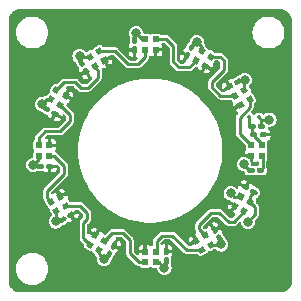
<source format=gtl>
G04 #@! TF.GenerationSoftware,KiCad,Pcbnew,7.0.5.1-1-g8f565ef7f0-dirty-deb11*
G04 #@! TF.CreationDate,2023-07-26T12:03:11+00:00*
G04 #@! TF.ProjectId,pedalboard-led-ring,70656461-6c62-46f6-9172-642d6c65642d,1.0.0*
G04 #@! TF.SameCoordinates,Original*
G04 #@! TF.FileFunction,Copper,L1,Top*
G04 #@! TF.FilePolarity,Positive*
%FSLAX46Y46*%
G04 Gerber Fmt 4.6, Leading zero omitted, Abs format (unit mm)*
G04 Created by KiCad (PCBNEW 7.0.5.1-1-g8f565ef7f0-dirty-deb11) date 2023-07-26 12:03:11*
%MOMM*%
%LPD*%
G01*
G04 APERTURE LIST*
G04 #@! TA.AperFunction,SMDPad,CuDef*
%ADD10R,0.500000X0.500000*%
G04 #@! TD*
G04 #@! TA.AperFunction,ViaPad*
%ADD11C,0.800000*%
G04 #@! TD*
G04 #@! TA.AperFunction,Conductor*
%ADD12C,0.250000*%
G04 #@! TD*
G04 APERTURE END LIST*
G04 #@! TA.AperFunction,SMDPad,CuDef*
G36*
X4676795Y-8500446D02*
G01*
X4243783Y-8750446D01*
X3993783Y-8317434D01*
X4426795Y-8067434D01*
X4676795Y-8500446D01*
G37*
G04 #@! TD.AperFunction*
G04 #@! TA.AperFunction,SMDPad,CuDef*
G36*
X5456217Y-8050446D02*
G01*
X5023205Y-8300446D01*
X4773205Y-7867434D01*
X5206217Y-7617434D01*
X5456217Y-8050446D01*
G37*
G04 #@! TD.AperFunction*
G04 #@! TA.AperFunction,SMDPad,CuDef*
G36*
X5006217Y-7271024D02*
G01*
X4573205Y-7521024D01*
X4323205Y-7088012D01*
X4756217Y-6838012D01*
X5006217Y-7271024D01*
G37*
G04 #@! TD.AperFunction*
G04 #@! TA.AperFunction,SMDPad,CuDef*
G36*
X4226795Y-7721024D02*
G01*
X3793783Y-7971024D01*
X3543783Y-7538012D01*
X3976795Y-7288012D01*
X4226795Y-7721024D01*
G37*
G04 #@! TD.AperFunction*
G04 #@! TA.AperFunction,SMDPad,CuDef*
G36*
G01*
X-1450000Y9665000D02*
X-1250000Y9665000D01*
G75*
G02*
X-1150000Y9565000I0J-100000D01*
G01*
X-1150000Y9130000D01*
G75*
G02*
X-1250000Y9030000I-100000J0D01*
G01*
X-1450000Y9030000D01*
G75*
G02*
X-1550000Y9130000I0J100000D01*
G01*
X-1550000Y9565000D01*
G75*
G02*
X-1450000Y9665000I100000J0D01*
G01*
G37*
G04 #@! TD.AperFunction*
G04 #@! TA.AperFunction,SMDPad,CuDef*
G36*
G01*
X-1450000Y8850000D02*
X-1250000Y8850000D01*
G75*
G02*
X-1150000Y8750000I0J-100000D01*
G01*
X-1150000Y8315000D01*
G75*
G02*
X-1250000Y8215000I-100000J0D01*
G01*
X-1450000Y8215000D01*
G75*
G02*
X-1550000Y8315000I0J100000D01*
G01*
X-1550000Y8750000D01*
G75*
G02*
X-1450000Y8850000I100000J0D01*
G01*
G37*
G04 #@! TD.AperFunction*
G04 #@! TA.AperFunction,SMDPad,CuDef*
G36*
G01*
X-6088237Y7645136D02*
X-5915031Y7745136D01*
G75*
G02*
X-5778428Y7708533I50000J-86603D01*
G01*
X-5560928Y7331811D01*
G75*
G02*
X-5597531Y7195208I-86603J-50000D01*
G01*
X-5770737Y7095208D01*
G75*
G02*
X-5907340Y7131811I-50000J86603D01*
G01*
X-6124840Y7508533D01*
G75*
G02*
X-6088237Y7645136I86603J50000D01*
G01*
G37*
G04 #@! TD.AperFunction*
G04 #@! TA.AperFunction,SMDPad,CuDef*
G36*
G01*
X-5680737Y6939326D02*
X-5507531Y7039326D01*
G75*
G02*
X-5370928Y7002723I50000J-86603D01*
G01*
X-5153428Y6626001D01*
G75*
G02*
X-5190031Y6489398I-86603J-50000D01*
G01*
X-5363237Y6389398D01*
G75*
G02*
X-5499840Y6426001I-50000J86603D01*
G01*
X-5717340Y6802723D01*
G75*
G02*
X-5680737Y6939326I86603J50000D01*
G01*
G37*
G04 #@! TD.AperFunction*
D10*
X9450000Y-450000D03*
X9450000Y450000D03*
X8550000Y450000D03*
X8550000Y-450000D03*
X450000Y9450000D03*
X-450000Y9450000D03*
X-450000Y8550000D03*
X450000Y8550000D03*
G04 #@! TA.AperFunction,SMDPad,CuDef*
G36*
X8300446Y-5023205D02*
G01*
X8050446Y-5456217D01*
X7617434Y-5206217D01*
X7867434Y-4773205D01*
X8300446Y-5023205D01*
G37*
G04 #@! TD.AperFunction*
G04 #@! TA.AperFunction,SMDPad,CuDef*
G36*
X8750446Y-4243783D02*
G01*
X8500446Y-4676795D01*
X8067434Y-4426795D01*
X8317434Y-3993783D01*
X8750446Y-4243783D01*
G37*
G04 #@! TD.AperFunction*
G04 #@! TA.AperFunction,SMDPad,CuDef*
G36*
X7971024Y-3793783D02*
G01*
X7721024Y-4226795D01*
X7288012Y-3976795D01*
X7538012Y-3543783D01*
X7971024Y-3793783D01*
G37*
G04 #@! TD.AperFunction*
G04 #@! TA.AperFunction,SMDPad,CuDef*
G36*
X7521024Y-4573205D02*
G01*
X7271024Y-5006217D01*
X6838012Y-4756217D01*
X7088012Y-4323205D01*
X7521024Y-4573205D01*
G37*
G04 #@! TD.AperFunction*
G04 #@! TA.AperFunction,SMDPad,CuDef*
G36*
X-8500446Y-4676795D02*
G01*
X-8750446Y-4243783D01*
X-8317434Y-3993783D01*
X-8067434Y-4426795D01*
X-8500446Y-4676795D01*
G37*
G04 #@! TD.AperFunction*
G04 #@! TA.AperFunction,SMDPad,CuDef*
G36*
X-8050446Y-5456217D02*
G01*
X-8300446Y-5023205D01*
X-7867434Y-4773205D01*
X-7617434Y-5206217D01*
X-8050446Y-5456217D01*
G37*
G04 #@! TD.AperFunction*
G04 #@! TA.AperFunction,SMDPad,CuDef*
G36*
X-7271024Y-5006217D02*
G01*
X-7521024Y-4573205D01*
X-7088012Y-4323205D01*
X-6838012Y-4756217D01*
X-7271024Y-5006217D01*
G37*
G04 #@! TD.AperFunction*
G04 #@! TA.AperFunction,SMDPad,CuDef*
G36*
X-7721024Y-4226795D02*
G01*
X-7971024Y-3793783D01*
X-7538012Y-3543783D01*
X-7288012Y-3976795D01*
X-7721024Y-4226795D01*
G37*
G04 #@! TD.AperFunction*
X-450000Y-9450000D03*
X450000Y-9450000D03*
X450000Y-8550000D03*
X-450000Y-8550000D03*
X-9450000Y450000D03*
X-9450000Y-450000D03*
X-8550000Y-450000D03*
X-8550000Y450000D03*
G04 #@! TA.AperFunction,SMDPad,CuDef*
G36*
X-8300446Y5023205D02*
G01*
X-8050446Y5456217D01*
X-7617434Y5206217D01*
X-7867434Y4773205D01*
X-8300446Y5023205D01*
G37*
G04 #@! TD.AperFunction*
G04 #@! TA.AperFunction,SMDPad,CuDef*
G36*
X-8750446Y4243783D02*
G01*
X-8500446Y4676795D01*
X-8067434Y4426795D01*
X-8317434Y3993783D01*
X-8750446Y4243783D01*
G37*
G04 #@! TD.AperFunction*
G04 #@! TA.AperFunction,SMDPad,CuDef*
G36*
X-7971024Y3793783D02*
G01*
X-7721024Y4226795D01*
X-7288012Y3976795D01*
X-7538012Y3543783D01*
X-7971024Y3793783D01*
G37*
G04 #@! TD.AperFunction*
G04 #@! TA.AperFunction,SMDPad,CuDef*
G36*
X-7521024Y4573205D02*
G01*
X-7271024Y5006217D01*
X-6838012Y4756217D01*
X-7088012Y4323205D01*
X-7521024Y4573205D01*
G37*
G04 #@! TD.AperFunction*
G04 #@! TA.AperFunction,SMDPad,CuDef*
G36*
G01*
X9725000Y2150000D02*
X9725000Y1950000D01*
G75*
G02*
X9625000Y1850000I-100000J0D01*
G01*
X9190000Y1850000D01*
G75*
G02*
X9090000Y1950000I0J100000D01*
G01*
X9090000Y2150000D01*
G75*
G02*
X9190000Y2250000I100000J0D01*
G01*
X9625000Y2250000D01*
G75*
G02*
X9725000Y2150000I0J-100000D01*
G01*
G37*
G04 #@! TD.AperFunction*
G04 #@! TA.AperFunction,SMDPad,CuDef*
G36*
G01*
X8910000Y2150000D02*
X8910000Y1950000D01*
G75*
G02*
X8810000Y1850000I-100000J0D01*
G01*
X8375000Y1850000D01*
G75*
G02*
X8275000Y1950000I0J100000D01*
G01*
X8275000Y2150000D01*
G75*
G02*
X8375000Y2250000I100000J0D01*
G01*
X8810000Y2250000D01*
G75*
G02*
X8910000Y2150000I0J-100000D01*
G01*
G37*
G04 #@! TD.AperFunction*
G04 #@! TA.AperFunction,SMDPad,CuDef*
G36*
G01*
X-9665000Y-1450000D02*
X-9665000Y-1250000D01*
G75*
G02*
X-9565000Y-1150000I100000J0D01*
G01*
X-9130000Y-1150000D01*
G75*
G02*
X-9030000Y-1250000I0J-100000D01*
G01*
X-9030000Y-1450000D01*
G75*
G02*
X-9130000Y-1550000I-100000J0D01*
G01*
X-9565000Y-1550000D01*
G75*
G02*
X-9665000Y-1450000I0J100000D01*
G01*
G37*
G04 #@! TD.AperFunction*
G04 #@! TA.AperFunction,SMDPad,CuDef*
G36*
G01*
X-8850000Y-1450000D02*
X-8850000Y-1250000D01*
G75*
G02*
X-8750000Y-1150000I100000J0D01*
G01*
X-8315000Y-1150000D01*
G75*
G02*
X-8215000Y-1250000I0J-100000D01*
G01*
X-8215000Y-1450000D01*
G75*
G02*
X-8315000Y-1550000I-100000J0D01*
G01*
X-8750000Y-1550000D01*
G75*
G02*
X-8850000Y-1450000I0J100000D01*
G01*
G37*
G04 #@! TD.AperFunction*
G04 #@! TA.AperFunction,SMDPad,CuDef*
G36*
G01*
X8532500Y2912500D02*
X8532500Y2787500D01*
G75*
G02*
X8470000Y2725000I-62500J0D01*
G01*
X8235000Y2725000D01*
G75*
G02*
X8172500Y2787500I0J62500D01*
G01*
X8172500Y2912500D01*
G75*
G02*
X8235000Y2975000I62500J0D01*
G01*
X8470000Y2975000D01*
G75*
G02*
X8532500Y2912500I0J-62500D01*
G01*
G37*
G04 #@! TD.AperFunction*
G04 #@! TA.AperFunction,SMDPad,CuDef*
G36*
G01*
X9372500Y2912500D02*
X9372500Y2787500D01*
G75*
G02*
X9310000Y2725000I-62500J0D01*
G01*
X9075000Y2725000D01*
G75*
G02*
X9012500Y2787500I0J62500D01*
G01*
X9012500Y2912500D01*
G75*
G02*
X9075000Y2975000I62500J0D01*
G01*
X9310000Y2975000D01*
G75*
G02*
X9372500Y2912500I0J-62500D01*
G01*
G37*
G04 #@! TD.AperFunction*
G04 #@! TA.AperFunction,SMDPad,CuDef*
G36*
G01*
X-7645136Y-6088237D02*
X-7745136Y-5915031D01*
G75*
G02*
X-7708533Y-5778428I86603J50000D01*
G01*
X-7331811Y-5560928D01*
G75*
G02*
X-7195208Y-5597531I50000J-86603D01*
G01*
X-7095208Y-5770737D01*
G75*
G02*
X-7131811Y-5907340I-86603J-50000D01*
G01*
X-7508533Y-6124840D01*
G75*
G02*
X-7645136Y-6088237I-50000J86603D01*
G01*
G37*
G04 #@! TD.AperFunction*
G04 #@! TA.AperFunction,SMDPad,CuDef*
G36*
G01*
X-6939326Y-5680737D02*
X-7039326Y-5507531D01*
G75*
G02*
X-7002723Y-5370928I86603J50000D01*
G01*
X-6626001Y-5153428D01*
G75*
G02*
X-6489398Y-5190031I50000J-86603D01*
G01*
X-6389398Y-5363237D01*
G75*
G02*
X-6426001Y-5499840I-86603J-50000D01*
G01*
X-6802723Y-5717340D01*
G75*
G02*
X-6939326Y-5680737I-50000J86603D01*
G01*
G37*
G04 #@! TD.AperFunction*
G04 #@! TA.AperFunction,SMDPad,CuDef*
G36*
G01*
X-3576763Y-9095136D02*
X-3749969Y-8995136D01*
G75*
G02*
X-3786572Y-8858533I50000J86603D01*
G01*
X-3569072Y-8481811D01*
G75*
G02*
X-3432469Y-8445208I86603J-50000D01*
G01*
X-3259263Y-8545208D01*
G75*
G02*
X-3222660Y-8681811I-50000J-86603D01*
G01*
X-3440160Y-9058533D01*
G75*
G02*
X-3576763Y-9095136I-86603J50000D01*
G01*
G37*
G04 #@! TD.AperFunction*
G04 #@! TA.AperFunction,SMDPad,CuDef*
G36*
G01*
X-3169263Y-8389326D02*
X-3342469Y-8289326D01*
G75*
G02*
X-3379072Y-8152723I50000J86603D01*
G01*
X-3161572Y-7776001D01*
G75*
G02*
X-3024969Y-7739398I86603J-50000D01*
G01*
X-2851763Y-7839398D01*
G75*
G02*
X-2815160Y-7976001I-50000J-86603D01*
G01*
X-3032660Y-8352723D01*
G75*
G02*
X-3169263Y-8389326I-86603J50000D01*
G01*
G37*
G04 #@! TD.AperFunction*
G04 #@! TA.AperFunction,SMDPad,CuDef*
G36*
G01*
X6088237Y-7645136D02*
X5915031Y-7745136D01*
G75*
G02*
X5778428Y-7708533I-50000J86603D01*
G01*
X5560928Y-7331811D01*
G75*
G02*
X5597531Y-7195208I86603J50000D01*
G01*
X5770737Y-7095208D01*
G75*
G02*
X5907340Y-7131811I50000J-86603D01*
G01*
X6124840Y-7508533D01*
G75*
G02*
X6088237Y-7645136I-86603J-50000D01*
G01*
G37*
G04 #@! TD.AperFunction*
G04 #@! TA.AperFunction,SMDPad,CuDef*
G36*
G01*
X5680737Y-6939326D02*
X5507531Y-7039326D01*
G75*
G02*
X5370928Y-7002723I-50000J86603D01*
G01*
X5153428Y-6626001D01*
G75*
G02*
X5190031Y-6489398I86603J50000D01*
G01*
X5363237Y-6389398D01*
G75*
G02*
X5499840Y-6426001I50000J-86603D01*
G01*
X5717340Y-6802723D01*
G75*
G02*
X5680737Y-6939326I-86603J-50000D01*
G01*
G37*
G04 #@! TD.AperFunction*
G04 #@! TA.AperFunction,SMDPad,CuDef*
G36*
G01*
X-9095136Y3576763D02*
X-8995136Y3749969D01*
G75*
G02*
X-8858533Y3786572I86603J-50000D01*
G01*
X-8481811Y3569072D01*
G75*
G02*
X-8445208Y3432469I-50000J-86603D01*
G01*
X-8545208Y3259263D01*
G75*
G02*
X-8681811Y3222660I-86603J50000D01*
G01*
X-9058533Y3440160D01*
G75*
G02*
X-9095136Y3576763I50000J86603D01*
G01*
G37*
G04 #@! TD.AperFunction*
G04 #@! TA.AperFunction,SMDPad,CuDef*
G36*
G01*
X-8389326Y3169263D02*
X-8289326Y3342469D01*
G75*
G02*
X-8152723Y3379072I86603J-50000D01*
G01*
X-7776001Y3161572D01*
G75*
G02*
X-7739398Y3024969I-50000J-86603D01*
G01*
X-7839398Y2851763D01*
G75*
G02*
X-7976001Y2815160I-86603J50000D01*
G01*
X-8352723Y3032660D01*
G75*
G02*
X-8389326Y3169263I50000J86603D01*
G01*
G37*
G04 #@! TD.AperFunction*
G04 #@! TA.AperFunction,SMDPad,CuDef*
G36*
G01*
X1450000Y-9665000D02*
X1250000Y-9665000D01*
G75*
G02*
X1150000Y-9565000I0J100000D01*
G01*
X1150000Y-9130000D01*
G75*
G02*
X1250000Y-9030000I100000J0D01*
G01*
X1450000Y-9030000D01*
G75*
G02*
X1550000Y-9130000I0J-100000D01*
G01*
X1550000Y-9565000D01*
G75*
G02*
X1450000Y-9665000I-100000J0D01*
G01*
G37*
G04 #@! TD.AperFunction*
G04 #@! TA.AperFunction,SMDPad,CuDef*
G36*
G01*
X1450000Y-8850000D02*
X1250000Y-8850000D01*
G75*
G02*
X1150000Y-8750000I0J100000D01*
G01*
X1150000Y-8315000D01*
G75*
G02*
X1250000Y-8215000I100000J0D01*
G01*
X1450000Y-8215000D01*
G75*
G02*
X1550000Y-8315000I0J-100000D01*
G01*
X1550000Y-8750000D01*
G75*
G02*
X1450000Y-8850000I-100000J0D01*
G01*
G37*
G04 #@! TD.AperFunction*
G04 #@! TA.AperFunction,SMDPad,CuDef*
G36*
X8500446Y4676795D02*
G01*
X8750446Y4243783D01*
X8317434Y3993783D01*
X8067434Y4426795D01*
X8500446Y4676795D01*
G37*
G04 #@! TD.AperFunction*
G04 #@! TA.AperFunction,SMDPad,CuDef*
G36*
X8050446Y5456217D02*
G01*
X8300446Y5023205D01*
X7867434Y4773205D01*
X7617434Y5206217D01*
X8050446Y5456217D01*
G37*
G04 #@! TD.AperFunction*
G04 #@! TA.AperFunction,SMDPad,CuDef*
G36*
X7271024Y5006217D02*
G01*
X7521024Y4573205D01*
X7088012Y4323205D01*
X6838012Y4756217D01*
X7271024Y5006217D01*
G37*
G04 #@! TD.AperFunction*
G04 #@! TA.AperFunction,SMDPad,CuDef*
G36*
X7721024Y4226795D02*
G01*
X7971024Y3793783D01*
X7538012Y3543783D01*
X7288012Y3976795D01*
X7721024Y4226795D01*
G37*
G04 #@! TD.AperFunction*
G04 #@! TA.AperFunction,SMDPad,CuDef*
G36*
G01*
X8425000Y1250000D02*
X8425000Y1450000D01*
G75*
G02*
X8525000Y1550000I100000J0D01*
G01*
X8960000Y1550000D01*
G75*
G02*
X9060000Y1450000I0J-100000D01*
G01*
X9060000Y1250000D01*
G75*
G02*
X8960000Y1150000I-100000J0D01*
G01*
X8525000Y1150000D01*
G75*
G02*
X8425000Y1250000I0J100000D01*
G01*
G37*
G04 #@! TD.AperFunction*
G04 #@! TA.AperFunction,SMDPad,CuDef*
G36*
G01*
X9240000Y1250000D02*
X9240000Y1450000D01*
G75*
G02*
X9340000Y1550000I100000J0D01*
G01*
X9775000Y1550000D01*
G75*
G02*
X9875000Y1450000I0J-100000D01*
G01*
X9875000Y1250000D01*
G75*
G02*
X9775000Y1150000I-100000J0D01*
G01*
X9340000Y1150000D01*
G75*
G02*
X9240000Y1250000I0J100000D01*
G01*
G37*
G04 #@! TD.AperFunction*
G04 #@! TA.AperFunction,SMDPad,CuDef*
G36*
G01*
X7645136Y6088237D02*
X7745136Y5915031D01*
G75*
G02*
X7708533Y5778428I-86603J-50000D01*
G01*
X7331811Y5560928D01*
G75*
G02*
X7195208Y5597531I-50000J86603D01*
G01*
X7095208Y5770737D01*
G75*
G02*
X7131811Y5907340I86603J50000D01*
G01*
X7508533Y6124840D01*
G75*
G02*
X7645136Y6088237I50000J-86603D01*
G01*
G37*
G04 #@! TD.AperFunction*
G04 #@! TA.AperFunction,SMDPad,CuDef*
G36*
G01*
X6939326Y5680737D02*
X7039326Y5507531D01*
G75*
G02*
X7002723Y5370928I-86603J-50000D01*
G01*
X6626001Y5153428D01*
G75*
G02*
X6489398Y5190031I-50000J86603D01*
G01*
X6389398Y5363237D01*
G75*
G02*
X6426001Y5499840I86603J50000D01*
G01*
X6802723Y5717340D01*
G75*
G02*
X6939326Y5680737I50000J-86603D01*
G01*
G37*
G04 #@! TD.AperFunction*
G04 #@! TA.AperFunction,SMDPad,CuDef*
G36*
X-4676795Y8500446D02*
G01*
X-4243783Y8750446D01*
X-3993783Y8317434D01*
X-4426795Y8067434D01*
X-4676795Y8500446D01*
G37*
G04 #@! TD.AperFunction*
G04 #@! TA.AperFunction,SMDPad,CuDef*
G36*
X-5456217Y8050446D02*
G01*
X-5023205Y8300446D01*
X-4773205Y7867434D01*
X-5206217Y7617434D01*
X-5456217Y8050446D01*
G37*
G04 #@! TD.AperFunction*
G04 #@! TA.AperFunction,SMDPad,CuDef*
G36*
X-5006217Y7271024D02*
G01*
X-4573205Y7521024D01*
X-4323205Y7088012D01*
X-4756217Y6838012D01*
X-5006217Y7271024D01*
G37*
G04 #@! TD.AperFunction*
G04 #@! TA.AperFunction,SMDPad,CuDef*
G36*
X-4226795Y7721024D02*
G01*
X-3793783Y7971024D01*
X-3543783Y7538012D01*
X-3976795Y7288012D01*
X-4226795Y7721024D01*
G37*
G04 #@! TD.AperFunction*
G04 #@! TA.AperFunction,SMDPad,CuDef*
G36*
G01*
X9095136Y-3576763D02*
X8995136Y-3749969D01*
G75*
G02*
X8858533Y-3786572I-86603J50000D01*
G01*
X8481811Y-3569072D01*
G75*
G02*
X8445208Y-3432469I50000J86603D01*
G01*
X8545208Y-3259263D01*
G75*
G02*
X8681811Y-3222660I86603J-50000D01*
G01*
X9058533Y-3440160D01*
G75*
G02*
X9095136Y-3576763I-50000J-86603D01*
G01*
G37*
G04 #@! TD.AperFunction*
G04 #@! TA.AperFunction,SMDPad,CuDef*
G36*
G01*
X8389326Y-3169263D02*
X8289326Y-3342469D01*
G75*
G02*
X8152723Y-3379072I-86603J50000D01*
G01*
X7776001Y-3161572D01*
G75*
G02*
X7739398Y-3024969I50000J86603D01*
G01*
X7839398Y-2851763D01*
G75*
G02*
X7976001Y-2815160I86603J-50000D01*
G01*
X8352723Y-3032660D01*
G75*
G02*
X8389326Y-3169263I-50000J-86603D01*
G01*
G37*
G04 #@! TD.AperFunction*
G04 #@! TA.AperFunction,SMDPad,CuDef*
G36*
X-5023205Y-8300446D02*
G01*
X-5456217Y-8050446D01*
X-5206217Y-7617434D01*
X-4773205Y-7867434D01*
X-5023205Y-8300446D01*
G37*
G04 #@! TD.AperFunction*
G04 #@! TA.AperFunction,SMDPad,CuDef*
G36*
X-4243783Y-8750446D02*
G01*
X-4676795Y-8500446D01*
X-4426795Y-8067434D01*
X-3993783Y-8317434D01*
X-4243783Y-8750446D01*
G37*
G04 #@! TD.AperFunction*
G04 #@! TA.AperFunction,SMDPad,CuDef*
G36*
X-3793783Y-7971024D02*
G01*
X-4226795Y-7721024D01*
X-3976795Y-7288012D01*
X-3543783Y-7538012D01*
X-3793783Y-7971024D01*
G37*
G04 #@! TD.AperFunction*
G04 #@! TA.AperFunction,SMDPad,CuDef*
G36*
X-4573205Y-7521024D02*
G01*
X-5006217Y-7271024D01*
X-4756217Y-6838012D01*
X-4323205Y-7088012D01*
X-4573205Y-7521024D01*
G37*
G04 #@! TD.AperFunction*
G04 #@! TA.AperFunction,SMDPad,CuDef*
G36*
X5023205Y8300446D02*
G01*
X5456217Y8050446D01*
X5206217Y7617434D01*
X4773205Y7867434D01*
X5023205Y8300446D01*
G37*
G04 #@! TD.AperFunction*
G04 #@! TA.AperFunction,SMDPad,CuDef*
G36*
X4243783Y8750446D02*
G01*
X4676795Y8500446D01*
X4426795Y8067434D01*
X3993783Y8317434D01*
X4243783Y8750446D01*
G37*
G04 #@! TD.AperFunction*
G04 #@! TA.AperFunction,SMDPad,CuDef*
G36*
X3793783Y7971024D02*
G01*
X4226795Y7721024D01*
X3976795Y7288012D01*
X3543783Y7538012D01*
X3793783Y7971024D01*
G37*
G04 #@! TD.AperFunction*
G04 #@! TA.AperFunction,SMDPad,CuDef*
G36*
X4573205Y7521024D02*
G01*
X5006217Y7271024D01*
X4756217Y6838012D01*
X4323205Y7088012D01*
X4573205Y7521024D01*
G37*
G04 #@! TD.AperFunction*
G04 #@! TA.AperFunction,SMDPad,CuDef*
G36*
G01*
X9635000Y-1580000D02*
X9635000Y-1780000D01*
G75*
G02*
X9535000Y-1880000I-100000J0D01*
G01*
X9100000Y-1880000D01*
G75*
G02*
X9000000Y-1780000I0J100000D01*
G01*
X9000000Y-1580000D01*
G75*
G02*
X9100000Y-1480000I100000J0D01*
G01*
X9535000Y-1480000D01*
G75*
G02*
X9635000Y-1580000I0J-100000D01*
G01*
G37*
G04 #@! TD.AperFunction*
G04 #@! TA.AperFunction,SMDPad,CuDef*
G36*
G01*
X8820000Y-1580000D02*
X8820000Y-1780000D01*
G75*
G02*
X8720000Y-1880000I-100000J0D01*
G01*
X8285000Y-1880000D01*
G75*
G02*
X8185000Y-1780000I0J100000D01*
G01*
X8185000Y-1580000D01*
G75*
G02*
X8285000Y-1480000I100000J0D01*
G01*
X8720000Y-1480000D01*
G75*
G02*
X8820000Y-1580000I0J-100000D01*
G01*
G37*
G04 #@! TD.AperFunction*
G04 #@! TA.AperFunction,SMDPad,CuDef*
G36*
G01*
X3576763Y9095136D02*
X3749969Y8995136D01*
G75*
G02*
X3786572Y8858533I-50000J-86603D01*
G01*
X3569072Y8481811D01*
G75*
G02*
X3432469Y8445208I-86603J50000D01*
G01*
X3259263Y8545208D01*
G75*
G02*
X3222660Y8681811I50000J86603D01*
G01*
X3440160Y9058533D01*
G75*
G02*
X3576763Y9095136I86603J-50000D01*
G01*
G37*
G04 #@! TD.AperFunction*
G04 #@! TA.AperFunction,SMDPad,CuDef*
G36*
G01*
X3169263Y8389326D02*
X3342469Y8289326D01*
G75*
G02*
X3379072Y8152723I-50000J-86603D01*
G01*
X3161572Y7776001D01*
G75*
G02*
X3024969Y7739398I-86603J50000D01*
G01*
X2851763Y7839398D01*
G75*
G02*
X2815160Y7976001I50000J86603D01*
G01*
X3032660Y8352723D01*
G75*
G02*
X3169263Y8389326I86603J-50000D01*
G01*
G37*
G04 #@! TD.AperFunction*
D11*
X6800000Y-3600000D03*
X-6000000Y8000000D03*
X-9928203Y-1196152D03*
X-3928203Y-9196152D03*
X10079502Y2635000D03*
X1196152Y-9928203D03*
X3928203Y9196152D03*
X-8000000Y-6000000D03*
X6000000Y-7940000D03*
X-9196152Y3928203D03*
X8000000Y6000000D03*
X8260000Y-6020000D03*
X-1196152Y9928203D03*
X10400000Y-1400000D03*
X2900000Y-11400000D03*
X11150000Y-1400000D03*
X11150000Y-4850000D03*
X10400000Y-4850000D03*
X4900000Y-11400000D03*
X5700000Y-10500000D03*
X3900000Y-11400000D03*
X7910000Y-1150000D03*
D12*
X7550000Y1450000D02*
X7550000Y2800000D01*
X7550000Y2800000D02*
X8408940Y3658940D01*
X8408940Y3658940D02*
X8408940Y4335289D01*
X8550000Y450000D02*
X7550000Y1450000D01*
X9495000Y-495000D02*
X9495000Y-1467500D01*
X9495000Y-1467500D02*
X9300000Y-1662500D01*
X6220000Y7640000D02*
X6220000Y6800000D01*
X5210000Y5370000D02*
X5930000Y4650000D01*
X5210000Y5790000D02*
X5210000Y5370000D01*
X6220000Y6800000D02*
X5210000Y5790000D01*
X5114711Y7958940D02*
X5901060Y7958940D01*
X5930000Y4650000D02*
X7164807Y4650000D01*
X5901060Y7958940D02*
X6220000Y7640000D01*
X1350000Y9450000D02*
X450000Y9450000D01*
X3885289Y7629518D02*
X3295771Y7040000D01*
X1950000Y7500000D02*
X1950000Y8850000D01*
X2410000Y7040000D02*
X1950000Y7500000D01*
X3295771Y7040000D02*
X2410000Y7040000D01*
X1950000Y8850000D02*
X1350000Y9450000D01*
X-450000Y7920000D02*
X-1070000Y7300000D01*
X-450000Y8550000D02*
X-450000Y7920000D01*
X-1880000Y7300000D02*
X-2988940Y8408940D01*
X-1070000Y7300000D02*
X-1880000Y7300000D01*
X-2988940Y8408940D02*
X-4335289Y8408940D01*
X-5870000Y5310000D02*
X-6340000Y5780000D01*
X-4664711Y7004711D02*
X-4450000Y6790000D01*
X-7293651Y5780000D02*
X-7958940Y5114711D01*
X-4664711Y7179518D02*
X-4664711Y7004711D01*
X-4450000Y6160000D02*
X-5300000Y5310000D01*
X-6340000Y5780000D02*
X-7293651Y5780000D01*
X-4450000Y6790000D02*
X-4450000Y6160000D01*
X-5300000Y5310000D02*
X-5870000Y5310000D01*
X-7640000Y1630000D02*
X-8880000Y1630000D01*
X-8880000Y1630000D02*
X-9450000Y1060000D01*
X-6800000Y3055771D02*
X-6800000Y2470000D01*
X-6800000Y2470000D02*
X-7640000Y1630000D01*
X-7629518Y3885289D02*
X-6800000Y3055771D01*
X-9450000Y1060000D02*
X-9450000Y450000D01*
X7629518Y-3885289D02*
X7085289Y-3885289D01*
X7085289Y-3885289D02*
X6800000Y-3600000D01*
X450000Y-9450000D02*
X717949Y-9450000D01*
X-4335289Y-8789066D02*
X-3928203Y-9196152D01*
X717949Y-9450000D02*
X1196152Y-9928203D01*
X-8408940Y4335289D02*
X-8789066Y4335289D01*
X-9450000Y-450000D02*
X-9450000Y-717949D01*
X-7958940Y-5958940D02*
X-8000000Y-6000000D01*
X-717949Y9450000D02*
X-1196152Y9928203D01*
X6000000Y-7940000D02*
X5981060Y-7958940D01*
X8830000Y-5480000D02*
X8800000Y-5480000D01*
X8408940Y-4335289D02*
X8408940Y-3865848D01*
X9407500Y2635000D02*
X9407500Y2050000D01*
X7958940Y5958940D02*
X8000000Y6000000D01*
X-5958940Y7958940D02*
X-6000000Y8000000D01*
X-5114711Y7958940D02*
X-5958940Y7958940D01*
X-7958940Y-5114711D02*
X-7958940Y-5958940D01*
X3928203Y9196152D02*
X4335289Y8789066D01*
X9192500Y2850000D02*
X9407500Y2635000D01*
X-4335289Y-8408940D02*
X-4335289Y-8789066D01*
X-450000Y9450000D02*
X-717949Y9450000D01*
X8800000Y-5480000D02*
X8260000Y-6020000D01*
X5981060Y-7958940D02*
X5114711Y-7958940D01*
X9407500Y2635000D02*
X10079502Y2635000D01*
X7958940Y5114711D02*
X7958940Y5958940D01*
X8408940Y-3865848D02*
X8770172Y-3504616D01*
X-9196152Y3928203D02*
X-8789066Y4335289D01*
X8830000Y-4756349D02*
X8830000Y-5480000D01*
X-9450000Y-717949D02*
X-9928203Y-1196152D01*
X4335289Y8408940D02*
X4335289Y8789066D01*
X8408940Y-4335289D02*
X8830000Y-4756349D01*
X-8730000Y-3380000D02*
X-8730000Y-4014229D01*
X-7300000Y-1950000D02*
X-8730000Y-3380000D01*
X-8730000Y-4014229D02*
X-8408940Y-4335289D01*
X-8550000Y-450000D02*
X-8140000Y-450000D01*
X-7300000Y-1290000D02*
X-7300000Y-1950000D01*
X-8140000Y-450000D02*
X-7300000Y-1290000D01*
X-5670000Y-6090000D02*
X-5670000Y-7403651D01*
X-5935289Y-4664711D02*
X-5340000Y-5260000D01*
X-5670000Y-7403651D02*
X-5114711Y-7958940D01*
X-5340000Y-5260000D02*
X-5340000Y-5760000D01*
X-7179518Y-4664711D02*
X-5935289Y-4664711D01*
X-5340000Y-5760000D02*
X-5670000Y-6090000D01*
X-3245771Y-6990000D02*
X-2320000Y-6990000D01*
X-1750000Y-8690000D02*
X-990000Y-9450000D01*
X-3885289Y-7629518D02*
X-3245771Y-6990000D01*
X-2320000Y-6990000D02*
X-1750000Y-7560000D01*
X-1750000Y-7560000D02*
X-1750000Y-8690000D01*
X-990000Y-9450000D02*
X-450000Y-9450000D01*
X4140000Y-6654807D02*
X4140000Y-6280000D01*
X5150000Y-5270000D02*
X5840000Y-5270000D01*
X5840000Y-5270000D02*
X6620000Y-6050000D01*
X6620000Y-6050000D02*
X7050000Y-6050000D01*
X7050000Y-6050000D02*
X7050000Y-6023651D01*
X7050000Y-6023651D02*
X7958940Y-5114711D01*
X4140000Y-6280000D02*
X5150000Y-5270000D01*
X4664711Y-7179518D02*
X4140000Y-6654807D01*
X970000Y-7190000D02*
X1870000Y-7190000D01*
X1870000Y-7190000D02*
X3088940Y-8408940D01*
X3088940Y-8408940D02*
X4335289Y-8408940D01*
X530000Y-8470000D02*
X530000Y-7630000D01*
X530000Y-7630000D02*
X970000Y-7190000D01*
X8390000Y-1680000D02*
X7910000Y-1200000D01*
X8352500Y2290000D02*
X8592500Y2050000D01*
X8592500Y2050000D02*
X8592500Y1500000D01*
X8592500Y1500000D02*
X8742500Y1350000D01*
X8352500Y2850000D02*
X8352500Y2290000D01*
X9450000Y547021D02*
X8742500Y1254521D01*
X8742500Y1254521D02*
X8742500Y1350000D01*
G04 #@! TA.AperFunction,Conductor*
G36*
X11002140Y11999313D02*
G01*
X11045464Y11995523D01*
X11173816Y11982881D01*
X11189696Y11979992D01*
X11257626Y11961791D01*
X11259036Y11961388D01*
X11353264Y11932804D01*
X11366359Y11927793D01*
X11435690Y11895464D01*
X11438085Y11894267D01*
X11522989Y11848885D01*
X11528052Y11845775D01*
X11595221Y11798742D01*
X11598233Y11796457D01*
X11632865Y11768036D01*
X11671280Y11736509D01*
X11674877Y11733249D01*
X11733247Y11674879D01*
X11736512Y11671277D01*
X11796455Y11598235D01*
X11798740Y11595223D01*
X11845773Y11528054D01*
X11848883Y11522991D01*
X11894255Y11438107D01*
X11895462Y11435692D01*
X11927791Y11366361D01*
X11932804Y11353261D01*
X11961364Y11259113D01*
X11961809Y11257555D01*
X11979986Y11189718D01*
X11982882Y11173798D01*
X11995520Y11045475D01*
X11999311Y11002157D01*
X11999500Y10997839D01*
X11999500Y-10997837D01*
X11999311Y-11002155D01*
X11995520Y-11045473D01*
X11982882Y-11173796D01*
X11979986Y-11189716D01*
X11961809Y-11257553D01*
X11961364Y-11259111D01*
X11932804Y-11353259D01*
X11927791Y-11366359D01*
X11895462Y-11435690D01*
X11894255Y-11438105D01*
X11848883Y-11522989D01*
X11845773Y-11528052D01*
X11798740Y-11595221D01*
X11796455Y-11598233D01*
X11736512Y-11671275D01*
X11733247Y-11674877D01*
X11674877Y-11733247D01*
X11671275Y-11736512D01*
X11598233Y-11796455D01*
X11595221Y-11798740D01*
X11528052Y-11845773D01*
X11522989Y-11848883D01*
X11438105Y-11894255D01*
X11435690Y-11895462D01*
X11366359Y-11927791D01*
X11353259Y-11932804D01*
X11259111Y-11961364D01*
X11257553Y-11961809D01*
X11189716Y-11979986D01*
X11173796Y-11982882D01*
X11045473Y-11995520D01*
X11002156Y-11999311D01*
X10997838Y-11999500D01*
X-10997838Y-11999500D01*
X-11002156Y-11999311D01*
X-11045475Y-11995520D01*
X-11173798Y-11982882D01*
X-11189716Y-11979986D01*
X-11226609Y-11970101D01*
X-11257555Y-11961809D01*
X-11259113Y-11961364D01*
X-11353261Y-11932804D01*
X-11366361Y-11927791D01*
X-11435692Y-11895462D01*
X-11438107Y-11894255D01*
X-11522991Y-11848883D01*
X-11528054Y-11845773D01*
X-11595223Y-11798740D01*
X-11598235Y-11796455D01*
X-11671277Y-11736512D01*
X-11674879Y-11733247D01*
X-11733249Y-11674877D01*
X-11736514Y-11671275D01*
X-11796457Y-11598233D01*
X-11798742Y-11595221D01*
X-11845775Y-11528052D01*
X-11848885Y-11522989D01*
X-11894267Y-11438085D01*
X-11895464Y-11435690D01*
X-11927793Y-11366359D01*
X-11932806Y-11353259D01*
X-11961388Y-11259036D01*
X-11961791Y-11257626D01*
X-11979992Y-11189696D01*
X-11982881Y-11173816D01*
X-11995524Y-11045447D01*
X-11996132Y-11038495D01*
X-11999313Y-11002140D01*
X-11999500Y-10997840D01*
X-11999500Y-10000004D01*
X-11355659Y-10000004D01*
X-11335065Y-10235400D01*
X-11335064Y-10235407D01*
X-11335063Y-10235408D01*
X-11302621Y-10356485D01*
X-11273902Y-10463667D01*
X-11174041Y-10677818D01*
X-11174037Y-10677826D01*
X-11174036Y-10677828D01*
X-11174035Y-10677829D01*
X-11038495Y-10871401D01*
X-10871401Y-11038495D01*
X-10871398Y-11038497D01*
X-10871397Y-11038498D01*
X-10807094Y-11083523D01*
X-10677829Y-11174035D01*
X-10677828Y-11174035D01*
X-10677827Y-11174036D01*
X-10677819Y-11174040D01*
X-10463667Y-11273901D01*
X-10463663Y-11273903D01*
X-10235408Y-11335063D01*
X-10235404Y-11335063D01*
X-10235401Y-11335064D01*
X-10058974Y-11350500D01*
X-10058966Y-11350500D01*
X-9941026Y-11350500D01*
X-9764600Y-11335064D01*
X-9764599Y-11335063D01*
X-9764592Y-11335063D01*
X-9536337Y-11273903D01*
X-9322171Y-11174035D01*
X-9128599Y-11038495D01*
X-8961505Y-10871401D01*
X-8825965Y-10677830D01*
X-8726097Y-10463663D01*
X-8664937Y-10235408D01*
X-8651775Y-10084969D01*
X-8644341Y-10000004D01*
X-8644341Y-9999995D01*
X-8664936Y-9764599D01*
X-8664937Y-9764596D01*
X-8664937Y-9764592D01*
X-8726097Y-9536337D01*
X-8811631Y-9352910D01*
X-8825960Y-9322181D01*
X-8825964Y-9322173D01*
X-8895381Y-9223035D01*
X-8961505Y-9128599D01*
X-9128599Y-8961505D01*
X-9128603Y-8961502D01*
X-9128604Y-8961501D01*
X-9309523Y-8834821D01*
X-9322171Y-8825965D01*
X-9322172Y-8825964D01*
X-9322174Y-8825963D01*
X-9322182Y-8825959D01*
X-9536334Y-8726098D01*
X-9536333Y-8726098D01*
X-9698504Y-8682645D01*
X-9764592Y-8664937D01*
X-9764593Y-8664936D01*
X-9764600Y-8664935D01*
X-9941026Y-8649500D01*
X-9941034Y-8649500D01*
X-10058966Y-8649500D01*
X-10058974Y-8649500D01*
X-10235401Y-8664935D01*
X-10463668Y-8726098D01*
X-10677819Y-8825959D01*
X-10677827Y-8825963D01*
X-10871397Y-8961501D01*
X-11038499Y-9128603D01*
X-11174036Y-9322171D01*
X-11273903Y-9536337D01*
X-11335065Y-9764599D01*
X-11355659Y-9999995D01*
X-11355659Y-10000004D01*
X-11999500Y-10000004D01*
X-11999500Y-1196152D01*
X-10533885Y-1196152D01*
X-10513248Y-1352910D01*
X-10513246Y-1352918D01*
X-10452741Y-1498990D01*
X-10452741Y-1498991D01*
X-10391899Y-1578282D01*
X-10356485Y-1624434D01*
X-10231044Y-1720688D01*
X-10231043Y-1720688D01*
X-10231042Y-1720689D01*
X-10093548Y-1777641D01*
X-10084965Y-1781196D01*
X-9967394Y-1796674D01*
X-9928204Y-1801834D01*
X-9928203Y-1801834D01*
X-9928202Y-1801834D01*
X-9889013Y-1796674D01*
X-9771441Y-1781196D01*
X-9699615Y-1751443D01*
X-9642412Y-1746941D01*
X-9642387Y-1746727D01*
X-9641297Y-1746853D01*
X-9638621Y-1746643D01*
X-9635736Y-1747382D01*
X-9634995Y-1747583D01*
X-9634991Y-1747585D01*
X-9609865Y-1750500D01*
X-9085136Y-1750499D01*
X-9070015Y-1748745D01*
X-9010035Y-1760820D01*
X-8988604Y-1777081D01*
X-8988044Y-1777641D01*
X-8875152Y-1835163D01*
X-8875148Y-1835164D01*
X-8781485Y-1849999D01*
X-8682500Y-1849999D01*
X-8682500Y-1849998D01*
X-8382500Y-1849998D01*
X-8382499Y-1849999D01*
X-8283517Y-1849999D01*
X-8283515Y-1849998D01*
X-8189859Y-1835166D01*
X-8189849Y-1835163D01*
X-8076957Y-1777641D01*
X-7987359Y-1688043D01*
X-7929837Y-1575151D01*
X-7929836Y-1575147D01*
X-7917933Y-1500000D01*
X-8382499Y-1500000D01*
X-8382500Y-1500001D01*
X-8382500Y-1849998D01*
X-8682500Y-1849998D01*
X-8682500Y-1299000D01*
X-8663593Y-1240809D01*
X-8614093Y-1204845D01*
X-8583500Y-1200000D01*
X-7891334Y-1200000D01*
X-7833143Y-1218907D01*
X-7821330Y-1228996D01*
X-7654496Y-1395830D01*
X-7626719Y-1450347D01*
X-7625500Y-1465834D01*
X-7625500Y-1774165D01*
X-7644407Y-1832356D01*
X-7654496Y-1844169D01*
X-8948587Y-3138259D01*
X-8951772Y-3141176D01*
X-8983193Y-3167542D01*
X-8983194Y-3167544D01*
X-8996694Y-3190925D01*
X-8999882Y-3196449D01*
X-9003708Y-3203075D01*
X-9006028Y-3206716D01*
X-9029554Y-3240316D01*
X-9029558Y-3240324D01*
X-9029949Y-3241786D01*
X-9039830Y-3265640D01*
X-9040586Y-3266948D01*
X-9040590Y-3266960D01*
X-9047713Y-3307349D01*
X-9048647Y-3311564D01*
X-9059264Y-3351187D01*
X-9059264Y-3351193D01*
X-9055688Y-3392072D01*
X-9055500Y-3396373D01*
X-9055500Y-3997854D01*
X-9055688Y-4002156D01*
X-9059264Y-4043036D01*
X-9055554Y-4056882D01*
X-9048646Y-4082665D01*
X-9047711Y-4086881D01*
X-9040589Y-4127274D01*
X-9039836Y-4128577D01*
X-9029946Y-4152453D01*
X-9029557Y-4153908D01*
X-9029554Y-4153913D01*
X-9007758Y-4185042D01*
X-9006029Y-4187510D01*
X-9003712Y-4191147D01*
X-8983194Y-4226684D01*
X-8983140Y-4226729D01*
X-8983071Y-4226830D01*
X-8977624Y-4233322D01*
X-8978264Y-4233858D01*
X-8953031Y-4270744D01*
X-8935234Y-4323171D01*
X-8933958Y-4326930D01*
X-8664210Y-4794148D01*
X-8624894Y-4838979D01*
X-8553356Y-4874257D01*
X-8553355Y-4874257D01*
X-8552876Y-4874493D01*
X-8509048Y-4917187D01*
X-8497873Y-4969759D01*
X-8503126Y-5049884D01*
X-8503125Y-5049889D01*
X-8483961Y-5106346D01*
X-8483959Y-5106350D01*
X-8483958Y-5106352D01*
X-8324082Y-5383265D01*
X-8311361Y-5443112D01*
X-8336248Y-5499008D01*
X-8349552Y-5511306D01*
X-8428277Y-5571713D01*
X-8428287Y-5571723D01*
X-8524538Y-5697160D01*
X-8524538Y-5697161D01*
X-8585043Y-5843233D01*
X-8585045Y-5843241D01*
X-8605682Y-5999999D01*
X-8605682Y-6000000D01*
X-8585045Y-6156758D01*
X-8585043Y-6156766D01*
X-8524538Y-6302838D01*
X-8524538Y-6302839D01*
X-8428287Y-6428276D01*
X-8428282Y-6428282D01*
X-8302841Y-6524536D01*
X-8302840Y-6524536D01*
X-8302839Y-6524537D01*
X-8251539Y-6545786D01*
X-8156762Y-6585044D01*
X-8039191Y-6600522D01*
X-8000001Y-6605682D01*
X-8000000Y-6605682D01*
X-7999999Y-6605682D01*
X-7968648Y-6601554D01*
X-7843238Y-6585044D01*
X-7697159Y-6524536D01*
X-7571718Y-6428282D01*
X-7524390Y-6366601D01*
X-7477106Y-6334103D01*
X-7477191Y-6333905D01*
X-7476183Y-6333468D01*
X-7473968Y-6331947D01*
X-7471094Y-6331143D01*
X-7470359Y-6330948D01*
X-7470354Y-6330948D01*
X-7447137Y-6320910D01*
X-7415835Y-6302838D01*
X-7345887Y-6262453D01*
X-6992709Y-6058544D01*
X-6980489Y-6049463D01*
X-6922506Y-6029932D01*
X-6895815Y-6033300D01*
X-6895057Y-6033503D01*
X-6895051Y-6033504D01*
X-6768525Y-6026873D01*
X-6768521Y-6026872D01*
X-6679987Y-5992886D01*
X-6679982Y-5992884D01*
X-6594268Y-5943396D01*
X-6777993Y-5625173D01*
X-6855869Y-5490288D01*
X-6509458Y-5490288D01*
X-6334459Y-5793395D01*
X-6248740Y-5743906D01*
X-6175037Y-5684223D01*
X-6106031Y-5577963D01*
X-6106029Y-5577960D01*
X-6073235Y-5455569D01*
X-6073235Y-5455563D01*
X-6079865Y-5329038D01*
X-6107132Y-5258005D01*
X-6509458Y-5490288D01*
X-6855869Y-5490288D01*
X-6869767Y-5466215D01*
X-6882488Y-5406366D01*
X-6857601Y-5350471D01*
X-6833530Y-5330978D01*
X-6266275Y-5003474D01*
X-6216775Y-4990211D01*
X-6111123Y-4990211D01*
X-6052932Y-5009118D01*
X-6041120Y-5019207D01*
X-5694497Y-5365829D01*
X-5666719Y-5420346D01*
X-5665500Y-5435833D01*
X-5665500Y-5584164D01*
X-5684407Y-5642355D01*
X-5694496Y-5654168D01*
X-5888587Y-5848259D01*
X-5891771Y-5851176D01*
X-5923193Y-5877542D01*
X-5923194Y-5877544D01*
X-5943708Y-5913075D01*
X-5946028Y-5916716D01*
X-5969554Y-5950316D01*
X-5969558Y-5950324D01*
X-5969949Y-5951786D01*
X-5979830Y-5975640D01*
X-5980586Y-5976948D01*
X-5980590Y-5976960D01*
X-5987713Y-6017349D01*
X-5988647Y-6021564D01*
X-5999264Y-6061187D01*
X-5999264Y-6061193D01*
X-5995688Y-6102072D01*
X-5995500Y-6106373D01*
X-5995500Y-7387276D01*
X-5995688Y-7391578D01*
X-5999264Y-7432458D01*
X-5998754Y-7434362D01*
X-5988646Y-7472087D01*
X-5987711Y-7476303D01*
X-5980589Y-7516696D01*
X-5979836Y-7517999D01*
X-5969946Y-7541875D01*
X-5969557Y-7543330D01*
X-5969554Y-7543335D01*
X-5946422Y-7576372D01*
X-5946029Y-7576932D01*
X-5943708Y-7580575D01*
X-5923194Y-7616106D01*
X-5891776Y-7642469D01*
X-5888590Y-7645388D01*
X-5664747Y-7869230D01*
X-5636970Y-7923747D01*
X-5641005Y-7971055D01*
X-5658896Y-8023759D01*
X-5658896Y-8023763D01*
X-5653679Y-8103356D01*
X-5618401Y-8174894D01*
X-5573570Y-8214210D01*
X-5106352Y-8483958D01*
X-5106349Y-8483959D01*
X-5106347Y-8483960D01*
X-5078950Y-8493259D01*
X-5049888Y-8503125D01*
X-4970295Y-8497908D01*
X-4970293Y-8497906D01*
X-4969761Y-8497872D01*
X-4910458Y-8512932D01*
X-4874494Y-8552874D01*
X-4874258Y-8553354D01*
X-4874257Y-8553356D01*
X-4838979Y-8624894D01*
X-4794148Y-8664210D01*
X-4712607Y-8711287D01*
X-4671666Y-8756757D01*
X-4663484Y-8805652D01*
X-4664553Y-8817871D01*
X-4664553Y-8817873D01*
X-4661438Y-8829500D01*
X-4653935Y-8857502D01*
X-4653000Y-8861718D01*
X-4645878Y-8902111D01*
X-4645125Y-8903414D01*
X-4635235Y-8927290D01*
X-4634846Y-8928745D01*
X-4634843Y-8928750D01*
X-4611911Y-8961501D01*
X-4611318Y-8962347D01*
X-4608997Y-8965990D01*
X-4588483Y-9001521D01*
X-4557065Y-9027884D01*
X-4553879Y-9030803D01*
X-4551497Y-9033184D01*
X-4523720Y-9087701D01*
X-4523348Y-9116109D01*
X-4533885Y-9196150D01*
X-4533885Y-9196152D01*
X-4513248Y-9352910D01*
X-4513246Y-9352918D01*
X-4452741Y-9498990D01*
X-4452741Y-9498991D01*
X-4367661Y-9609869D01*
X-4356485Y-9624434D01*
X-4231044Y-9720688D01*
X-4231043Y-9720688D01*
X-4231042Y-9720689D01*
X-4092123Y-9778231D01*
X-4084965Y-9781196D01*
X-3984617Y-9794407D01*
X-3928204Y-9801834D01*
X-3928203Y-9801834D01*
X-3928202Y-9801834D01*
X-3896851Y-9797706D01*
X-3771441Y-9781196D01*
X-3625362Y-9720688D01*
X-3499921Y-9624434D01*
X-3403667Y-9498993D01*
X-3343159Y-9352914D01*
X-3333012Y-9275833D01*
X-3308312Y-9224045D01*
X-3308485Y-9223917D01*
X-3307830Y-9223035D01*
X-3306673Y-9220610D01*
X-3304580Y-9218470D01*
X-3304051Y-9217944D01*
X-3304043Y-9217939D01*
X-3288955Y-9197637D01*
X-3026592Y-8743208D01*
X-3020550Y-8729234D01*
X-2980102Y-8683328D01*
X-2955296Y-8672897D01*
X-2954537Y-8672693D01*
X-2954536Y-8672692D01*
X-2848277Y-8603687D01*
X-2848276Y-8603687D01*
X-2788601Y-8529995D01*
X-2788593Y-8529983D01*
X-2739105Y-8444265D01*
X-3216283Y-8168766D01*
X-3257224Y-8123296D01*
X-3263620Y-8062446D01*
X-3252520Y-8033529D01*
X-3238623Y-8009458D01*
X-2892212Y-8009458D01*
X-2589106Y-8184457D01*
X-2539615Y-8098737D01*
X-2505628Y-8010203D01*
X-2505626Y-8010196D01*
X-2498997Y-7883674D01*
X-2498997Y-7883668D01*
X-2531791Y-7761277D01*
X-2531793Y-7761274D01*
X-2600798Y-7655016D01*
X-2659930Y-7607131D01*
X-2892212Y-8009457D01*
X-2892212Y-8009458D01*
X-3238623Y-8009458D01*
X-3152020Y-7859458D01*
X-2919739Y-7457130D01*
X-2923132Y-7447547D01*
X-2924734Y-7386383D01*
X-2890079Y-7335958D01*
X-2832403Y-7315534D01*
X-2829811Y-7315500D01*
X-2495834Y-7315500D01*
X-2437643Y-7334407D01*
X-2425830Y-7344496D01*
X-2104496Y-7665830D01*
X-2076719Y-7720347D01*
X-2075500Y-7735834D01*
X-2075500Y-8673625D01*
X-2075688Y-8677927D01*
X-2079264Y-8718807D01*
X-2076911Y-8727587D01*
X-2068646Y-8758436D01*
X-2067711Y-8762652D01*
X-2060589Y-8803045D01*
X-2059836Y-8804348D01*
X-2049946Y-8828224D01*
X-2049557Y-8829679D01*
X-2049554Y-8829684D01*
X-2027124Y-8861718D01*
X-2026029Y-8863281D01*
X-2023712Y-8866918D01*
X-2017432Y-8877794D01*
X-2003194Y-8902455D01*
X-1971776Y-8928818D01*
X-1968590Y-8931737D01*
X-1231732Y-9668596D01*
X-1228813Y-9671782D01*
X-1202455Y-9703194D01*
X-1166926Y-9723707D01*
X-1163291Y-9726022D01*
X-1129684Y-9749554D01*
X-1128233Y-9749942D01*
X-1104341Y-9759840D01*
X-1103046Y-9760588D01*
X-1094146Y-9762157D01*
X-1062635Y-9767713D01*
X-1058456Y-9768638D01*
X-1018807Y-9779263D01*
X-977935Y-9775687D01*
X-973635Y-9775500D01*
X-943608Y-9775500D01*
X-885417Y-9794407D01*
X-861293Y-9819498D01*
X-844552Y-9844552D01*
X-778231Y-9888867D01*
X-733769Y-9897711D01*
X-719759Y-9900498D01*
X-719754Y-9900498D01*
X-719748Y-9900500D01*
X-719747Y-9900500D01*
X-180253Y-9900500D01*
X-180252Y-9900500D01*
X-121769Y-9888867D01*
X-55448Y-9844552D01*
X-55447Y-9844549D01*
X-55003Y-9844253D01*
X3885Y-9827644D01*
X55003Y-9844253D01*
X55446Y-9844549D01*
X55448Y-9844552D01*
X121769Y-9888867D01*
X166231Y-9897711D01*
X180241Y-9900498D01*
X180246Y-9900498D01*
X180252Y-9900500D01*
X500002Y-9900500D01*
X558193Y-9919407D01*
X594157Y-9968907D01*
X598155Y-9986578D01*
X611107Y-10084961D01*
X611109Y-10084969D01*
X671614Y-10231041D01*
X671614Y-10231042D01*
X767865Y-10356479D01*
X767870Y-10356485D01*
X893311Y-10452739D01*
X893312Y-10452739D01*
X893313Y-10452740D01*
X919693Y-10463667D01*
X1039390Y-10513247D01*
X1156961Y-10528725D01*
X1196151Y-10533885D01*
X1196152Y-10533885D01*
X1196153Y-10533885D01*
X1227504Y-10529757D01*
X1352914Y-10513247D01*
X1498993Y-10452739D01*
X1624434Y-10356485D01*
X1720688Y-10231044D01*
X1781196Y-10084965D01*
X1801834Y-9928203D01*
X1781196Y-9771441D01*
X1751443Y-9699614D01*
X1746941Y-9642412D01*
X1746727Y-9642388D01*
X1746853Y-9641295D01*
X1746643Y-9638618D01*
X1747384Y-9635725D01*
X1747581Y-9634999D01*
X1747585Y-9634991D01*
X1750500Y-9609865D01*
X1750499Y-9085136D01*
X1748745Y-9070013D01*
X1760820Y-9010034D01*
X1777087Y-8988598D01*
X1777641Y-8988043D01*
X1835164Y-8875149D01*
X1835164Y-8875147D01*
X1850000Y-8781484D01*
X1850000Y-8682501D01*
X1849999Y-8682500D01*
X1299000Y-8682500D01*
X1240809Y-8663593D01*
X1204845Y-8614093D01*
X1200000Y-8583500D01*
X1200000Y-7917932D01*
X1500000Y-7917932D01*
X1500000Y-8382499D01*
X1500001Y-8382500D01*
X1849998Y-8382500D01*
X1849999Y-8382499D01*
X1849999Y-8283516D01*
X1849998Y-8283514D01*
X1835166Y-8189858D01*
X1835163Y-8189848D01*
X1777641Y-8076956D01*
X1688043Y-7987358D01*
X1575151Y-7929836D01*
X1575147Y-7929835D01*
X1500000Y-7917932D01*
X1200000Y-7917932D01*
X1124852Y-7929835D01*
X1124848Y-7929836D01*
X1005014Y-7990896D01*
X1004324Y-7989543D01*
X954495Y-8005732D01*
X896306Y-7986822D01*
X860344Y-7937320D01*
X855500Y-7906732D01*
X855500Y-7805834D01*
X874407Y-7747643D01*
X884496Y-7735830D01*
X1075830Y-7544496D01*
X1130347Y-7516719D01*
X1145834Y-7515500D01*
X1694166Y-7515500D01*
X1752357Y-7534407D01*
X1764170Y-7544496D01*
X2847208Y-8627536D01*
X2850127Y-8630722D01*
X2876485Y-8662134D01*
X2912023Y-8682651D01*
X2915656Y-8684966D01*
X2949256Y-8708493D01*
X2950706Y-8708881D01*
X2974589Y-8718774D01*
X2975895Y-8719528D01*
X3016306Y-8726653D01*
X3020495Y-8727581D01*
X3060133Y-8738203D01*
X3101005Y-8734627D01*
X3105305Y-8734440D01*
X3945867Y-8734440D01*
X4004058Y-8753347D01*
X4031602Y-8783939D01*
X4049903Y-8815637D01*
X4080017Y-8867797D01*
X4080019Y-8867799D01*
X4119335Y-8912630D01*
X4190873Y-8947908D01*
X4270466Y-8953125D01*
X4326930Y-8933958D01*
X4794148Y-8664210D01*
X4838979Y-8624894D01*
X4874257Y-8553356D01*
X4874257Y-8553353D01*
X4874493Y-8552875D01*
X4917187Y-8509047D01*
X4969760Y-8497872D01*
X4970292Y-8497906D01*
X4970295Y-8497908D01*
X5049888Y-8503125D01*
X5106352Y-8483958D01*
X5415171Y-8305661D01*
X5475017Y-8292941D01*
X5530913Y-8317828D01*
X5543210Y-8331131D01*
X5571712Y-8368275D01*
X5571713Y-8368276D01*
X5571718Y-8368282D01*
X5697159Y-8464536D01*
X5697160Y-8464536D01*
X5697161Y-8464537D01*
X5790321Y-8503125D01*
X5843238Y-8525044D01*
X5960809Y-8540522D01*
X5999999Y-8545682D01*
X6000000Y-8545682D01*
X6000001Y-8545682D01*
X6031352Y-8541554D01*
X6156762Y-8525044D01*
X6302841Y-8464536D01*
X6428282Y-8368282D01*
X6524536Y-8242841D01*
X6585044Y-8096762D01*
X6605682Y-7940000D01*
X6585044Y-7783238D01*
X6581190Y-7773934D01*
X6524537Y-7637161D01*
X6524537Y-7637160D01*
X6428286Y-7511723D01*
X6428285Y-7511722D01*
X6428282Y-7511718D01*
X6338984Y-7443198D01*
X6318072Y-7427151D01*
X6292604Y-7398109D01*
X6070148Y-7012808D01*
X6058544Y-6992709D01*
X6049462Y-6980486D01*
X6029932Y-6922502D01*
X6033301Y-6895811D01*
X6033503Y-6895055D01*
X6033504Y-6895050D01*
X6026873Y-6768524D01*
X6026872Y-6768520D01*
X5992886Y-6679986D01*
X5992881Y-6679975D01*
X5943396Y-6594266D01*
X5598007Y-6793676D01*
X5598001Y-6793677D01*
X5466215Y-6869765D01*
X5406367Y-6882487D01*
X5350471Y-6857601D01*
X5330978Y-6833529D01*
X4998196Y-6257132D01*
X4939065Y-6305016D01*
X4870060Y-6411274D01*
X4870058Y-6411277D01*
X4837264Y-6533668D01*
X4836450Y-6541419D01*
X4834552Y-6541219D01*
X4821307Y-6590625D01*
X4773751Y-6629123D01*
X4731811Y-6635482D01*
X4729537Y-6635332D01*
X4729535Y-6635333D01*
X4729534Y-6635333D01*
X4714039Y-6640593D01*
X4676825Y-6653225D01*
X4615645Y-6654024D01*
X4575000Y-6629481D01*
X4539785Y-6594266D01*
X4494496Y-6548976D01*
X4466719Y-6494459D01*
X4465500Y-6478973D01*
X4465500Y-6455834D01*
X4484407Y-6397643D01*
X4494496Y-6385830D01*
X4773196Y-6107130D01*
X5258005Y-6107130D01*
X5490288Y-6509456D01*
X5793395Y-6334457D01*
X5743906Y-6248739D01*
X5684223Y-6175036D01*
X5577963Y-6106030D01*
X5577960Y-6106028D01*
X5455569Y-6073234D01*
X5455563Y-6073234D01*
X5329038Y-6079864D01*
X5329031Y-6079865D01*
X5258005Y-6107130D01*
X4773196Y-6107130D01*
X5255830Y-5624496D01*
X5310347Y-5596719D01*
X5325834Y-5595500D01*
X5664166Y-5595500D01*
X5722357Y-5614407D01*
X5734170Y-5624496D01*
X6378257Y-6268584D01*
X6381175Y-6271769D01*
X6407246Y-6302838D01*
X6407545Y-6303194D01*
X6443073Y-6323706D01*
X6446712Y-6326025D01*
X6480311Y-6349551D01*
X6480313Y-6349552D01*
X6480316Y-6349554D01*
X6481767Y-6349942D01*
X6505659Y-6359840D01*
X6506186Y-6360143D01*
X6506955Y-6360588D01*
X6547351Y-6367710D01*
X6551548Y-6368640D01*
X6591193Y-6379264D01*
X6632077Y-6375687D01*
X6636377Y-6375500D01*
X7107394Y-6375500D01*
X7126432Y-6368570D01*
X7143096Y-6364105D01*
X7163045Y-6360588D01*
X7180591Y-6350457D01*
X7196224Y-6343168D01*
X7215260Y-6336240D01*
X7230779Y-6323216D01*
X7244910Y-6313322D01*
X7262455Y-6303194D01*
X7275479Y-6287671D01*
X7287672Y-6275478D01*
X7303194Y-6262455D01*
X7313317Y-6244918D01*
X7323221Y-6230775D01*
X7336238Y-6215263D01*
X7336237Y-6215263D01*
X7336240Y-6215261D01*
X7338760Y-6208335D01*
X7361784Y-6172191D01*
X7496039Y-6037936D01*
X7550554Y-6010161D01*
X7610986Y-6019732D01*
X7654251Y-6062997D01*
X7664194Y-6095019D01*
X7674955Y-6176759D01*
X7674957Y-6176766D01*
X7735462Y-6322838D01*
X7735462Y-6322839D01*
X7831713Y-6448276D01*
X7831718Y-6448282D01*
X7957159Y-6544536D01*
X7957160Y-6544536D01*
X7957161Y-6544537D01*
X8103233Y-6605042D01*
X8103238Y-6605044D01*
X8220809Y-6620522D01*
X8259999Y-6625682D01*
X8260000Y-6625682D01*
X8260001Y-6625682D01*
X8291352Y-6621554D01*
X8416762Y-6605044D01*
X8562841Y-6544536D01*
X8688282Y-6448282D01*
X8784536Y-6322841D01*
X8845044Y-6176762D01*
X8865682Y-6020000D01*
X8855143Y-5939955D01*
X8866292Y-5879797D01*
X8883289Y-5857036D01*
X8946452Y-5793873D01*
X8982597Y-5770848D01*
X8995260Y-5766240D01*
X9010779Y-5753216D01*
X9024910Y-5743322D01*
X9042455Y-5733194D01*
X9055479Y-5717671D01*
X9067672Y-5705478D01*
X9083194Y-5692455D01*
X9093317Y-5674918D01*
X9103221Y-5660775D01*
X9108766Y-5654168D01*
X9116240Y-5645261D01*
X9123173Y-5626211D01*
X9130459Y-5610588D01*
X9140588Y-5593045D01*
X9144104Y-5573096D01*
X9148572Y-5556426D01*
X9155500Y-5537394D01*
X9155500Y-5422606D01*
X9155500Y-5422605D01*
X9155499Y-4772723D01*
X9155688Y-4768407D01*
X9156709Y-4756732D01*
X9159264Y-4727542D01*
X9148640Y-4687897D01*
X9147710Y-4683697D01*
X9142800Y-4655852D01*
X9140588Y-4643304D01*
X9139840Y-4642008D01*
X9129942Y-4618116D01*
X9129554Y-4616665D01*
X9129552Y-4616662D01*
X9129551Y-4616660D01*
X9106025Y-4583061D01*
X9103703Y-4579417D01*
X9083193Y-4543892D01*
X9055070Y-4520295D01*
X9051765Y-4517522D01*
X9048588Y-4514610D01*
X8958975Y-4424998D01*
X8931198Y-4370481D01*
X8935232Y-4323174D01*
X8953125Y-4270466D01*
X8947908Y-4190873D01*
X8946790Y-4188606D01*
X8918346Y-4130926D01*
X8909566Y-4070374D01*
X8938055Y-4016226D01*
X8981510Y-3991514D01*
X9040567Y-3975690D01*
X9131253Y-3909375D01*
X9146341Y-3889073D01*
X9291204Y-3638160D01*
X9301244Y-3614942D01*
X9313332Y-3503248D01*
X9284254Y-3394729D01*
X9282299Y-3392056D01*
X9221910Y-3309474D01*
X9217939Y-3304043D01*
X9217938Y-3304042D01*
X9217936Y-3304040D01*
X9197637Y-3288955D01*
X9159532Y-3266955D01*
X8743208Y-3026592D01*
X8743205Y-3026591D01*
X8743204Y-3026590D01*
X8743200Y-3026588D01*
X8729232Y-3020548D01*
X8683325Y-2980097D01*
X8672897Y-2955295D01*
X8672693Y-2954536D01*
X8603688Y-2848278D01*
X8529981Y-2788591D01*
X8444265Y-2739103D01*
X8168766Y-3216283D01*
X8123296Y-3257224D01*
X8062446Y-3263620D01*
X8033529Y-3252520D01*
X7457130Y-2919737D01*
X7429865Y-2990763D01*
X7429864Y-2990770D01*
X7423234Y-3117295D01*
X7424049Y-3125048D01*
X7420650Y-3125405D01*
X7418222Y-3171668D01*
X7379713Y-3219215D01*
X7320611Y-3235046D01*
X7263492Y-3213114D01*
X7247259Y-3196449D01*
X7228286Y-3171723D01*
X7228285Y-3171722D01*
X7228282Y-3171718D01*
X7228277Y-3171714D01*
X7228276Y-3171713D01*
X7102838Y-3075462D01*
X6956766Y-3014957D01*
X6956758Y-3014955D01*
X6800001Y-2994318D01*
X6799999Y-2994318D01*
X6643241Y-3014955D01*
X6643233Y-3014957D01*
X6497161Y-3075462D01*
X6497160Y-3075462D01*
X6371723Y-3171713D01*
X6371713Y-3171723D01*
X6275462Y-3297160D01*
X6275462Y-3297161D01*
X6214957Y-3443233D01*
X6214955Y-3443241D01*
X6194318Y-3599999D01*
X6194318Y-3600000D01*
X6214955Y-3756758D01*
X6214957Y-3756766D01*
X6275462Y-3902838D01*
X6275462Y-3902839D01*
X6353435Y-4004455D01*
X6371718Y-4028282D01*
X6371722Y-4028285D01*
X6371723Y-4028286D01*
X6390946Y-4043036D01*
X6497159Y-4124536D01*
X6497160Y-4124536D01*
X6497161Y-4124537D01*
X6564556Y-4152453D01*
X6643238Y-4185044D01*
X6696790Y-4192094D01*
X6752015Y-4218435D01*
X6775805Y-4258422D01*
X7270257Y-4543895D01*
X7298685Y-4560308D01*
X7339626Y-4605777D01*
X7346022Y-4666627D01*
X7334921Y-4695544D01*
X7034422Y-5216022D01*
X7034422Y-5216023D01*
X7152743Y-5284335D01*
X7193684Y-5329805D01*
X7200080Y-5390655D01*
X7173247Y-5440075D01*
X6917822Y-5695503D01*
X6863306Y-5723281D01*
X6847818Y-5724500D01*
X6795834Y-5724500D01*
X6737643Y-5705593D01*
X6725830Y-5695504D01*
X6081741Y-5051414D01*
X6078822Y-5048229D01*
X6052456Y-5016806D01*
X6029364Y-5003474D01*
X6016918Y-4996288D01*
X6013283Y-4993972D01*
X5979684Y-4970446D01*
X5979679Y-4970443D01*
X5978224Y-4970054D01*
X5954348Y-4960164D01*
X5953045Y-4959411D01*
X5912652Y-4952289D01*
X5908436Y-4951354D01*
X5882153Y-4944312D01*
X5868807Y-4940736D01*
X5868806Y-4940736D01*
X5864381Y-4941123D01*
X5827926Y-4944312D01*
X5823626Y-4944500D01*
X5166374Y-4944500D01*
X5162073Y-4944312D01*
X5121193Y-4940736D01*
X5121187Y-4940736D01*
X5081564Y-4951353D01*
X5077349Y-4952287D01*
X5036960Y-4959410D01*
X5036948Y-4959414D01*
X5035640Y-4960170D01*
X5011786Y-4970051D01*
X5010324Y-4970442D01*
X5010316Y-4970446D01*
X4976716Y-4993972D01*
X4973080Y-4996288D01*
X4966277Y-5000216D01*
X4937548Y-5016803D01*
X4937545Y-5016806D01*
X4911175Y-5048231D01*
X4908257Y-5051415D01*
X3921413Y-6038259D01*
X3918228Y-6041176D01*
X3886807Y-6067542D01*
X3886806Y-6067544D01*
X3873306Y-6090925D01*
X3867779Y-6100500D01*
X3866292Y-6103075D01*
X3863972Y-6106716D01*
X3840446Y-6140316D01*
X3840442Y-6140324D01*
X3840051Y-6141786D01*
X3830170Y-6165640D01*
X3829414Y-6166948D01*
X3829410Y-6166960D01*
X3822287Y-6207349D01*
X3821353Y-6211564D01*
X3810736Y-6251187D01*
X3810736Y-6251193D01*
X3814312Y-6292072D01*
X3814500Y-6296373D01*
X3814500Y-6638432D01*
X3814312Y-6642734D01*
X3811809Y-6671353D01*
X3810736Y-6683613D01*
X3821354Y-6723243D01*
X3822289Y-6727459D01*
X3829411Y-6767852D01*
X3830164Y-6769155D01*
X3840054Y-6793031D01*
X3840443Y-6794486D01*
X3840446Y-6794491D01*
X3863971Y-6828088D01*
X3866288Y-6831725D01*
X3885881Y-6865660D01*
X3891137Y-6874763D01*
X3888215Y-6876449D01*
X3905279Y-6918720D01*
X3890459Y-6978083D01*
X3856018Y-7011333D01*
X3740193Y-7078204D01*
X3940193Y-7424614D01*
X4040692Y-7598685D01*
X4053413Y-7658534D01*
X4028526Y-7714429D01*
X4004455Y-7733922D01*
X3469108Y-8043004D01*
X3457176Y-8061378D01*
X3400054Y-8083304D01*
X3394874Y-8083440D01*
X3264775Y-8083440D01*
X3206584Y-8064533D01*
X3194771Y-8054444D01*
X2654863Y-7514536D01*
X3239490Y-7514536D01*
X3251557Y-7626040D01*
X3251558Y-7626042D01*
X3261581Y-7649224D01*
X3333974Y-7774612D01*
X3333975Y-7774612D01*
X3680383Y-7574613D01*
X3480384Y-7228204D01*
X3354989Y-7300602D01*
X3334723Y-7315662D01*
X3268520Y-7406194D01*
X3268519Y-7406196D01*
X3239490Y-7514534D01*
X3239490Y-7514536D01*
X2654863Y-7514536D01*
X2111741Y-6971414D01*
X2108822Y-6968229D01*
X2082456Y-6936806D01*
X2051130Y-6918720D01*
X2046918Y-6916288D01*
X2043283Y-6913972D01*
X2009684Y-6890446D01*
X2009679Y-6890443D01*
X2008224Y-6890054D01*
X1984348Y-6880164D01*
X1983045Y-6879411D01*
X1942652Y-6872289D01*
X1938436Y-6871354D01*
X1912153Y-6864312D01*
X1898807Y-6860736D01*
X1898806Y-6860736D01*
X1894381Y-6861123D01*
X1857926Y-6864312D01*
X1853626Y-6864500D01*
X986374Y-6864500D01*
X982073Y-6864312D01*
X941193Y-6860736D01*
X941187Y-6860736D01*
X901564Y-6871353D01*
X897349Y-6872287D01*
X856960Y-6879410D01*
X856948Y-6879414D01*
X855640Y-6880170D01*
X831786Y-6890051D01*
X830324Y-6890442D01*
X830316Y-6890446D01*
X796716Y-6913972D01*
X793080Y-6916288D01*
X784875Y-6921025D01*
X757545Y-6936805D01*
X731181Y-6968224D01*
X728263Y-6971408D01*
X311413Y-7388259D01*
X308229Y-7391176D01*
X276807Y-7417542D01*
X276806Y-7417544D01*
X267826Y-7433098D01*
X259484Y-7447547D01*
X256292Y-7453075D01*
X253972Y-7456716D01*
X230446Y-7490316D01*
X230442Y-7490324D01*
X230051Y-7491786D01*
X220170Y-7515640D01*
X219414Y-7516948D01*
X219410Y-7516960D01*
X212287Y-7557349D01*
X211353Y-7561564D01*
X200736Y-7601187D01*
X200736Y-7601193D01*
X204312Y-7642072D01*
X204500Y-7646373D01*
X204500Y-8013429D01*
X185593Y-8071620D01*
X136093Y-8107584D01*
X124815Y-8110527D01*
X112207Y-8113035D01*
X111979Y-8111890D01*
X60802Y-8115913D01*
X13919Y-8089655D01*
X-27523Y-8048213D01*
X-130128Y-8002909D01*
X-155203Y-8000000D01*
X-299999Y-8000000D01*
X-300000Y-8000001D01*
X-300000Y-8601000D01*
X-318907Y-8659191D01*
X-368407Y-8695155D01*
X-399000Y-8700000D01*
X-999998Y-8700000D01*
X-999999Y-8700001D01*
X-999999Y-8740666D01*
X-1018906Y-8798857D01*
X-1068406Y-8834821D01*
X-1129592Y-8834821D01*
X-1169003Y-8810670D01*
X-1395505Y-8584168D01*
X-1423282Y-8529651D01*
X-1424501Y-8514164D01*
X-1424501Y-8399998D01*
X-1000000Y-8399998D01*
X-999999Y-8400000D01*
X-600001Y-8400000D01*
X-600000Y-8399999D01*
X-600000Y-8000001D01*
X-600001Y-8000000D01*
X-744790Y-8000000D01*
X-744793Y-8000001D01*
X-769875Y-8002909D01*
X-872478Y-8048213D01*
X-951787Y-8127522D01*
X-997091Y-8230127D01*
X-1000000Y-8255202D01*
X-1000000Y-8399998D01*
X-1424501Y-8399998D01*
X-1424501Y-8071620D01*
X-1424501Y-7576349D01*
X-1424313Y-7572073D01*
X-1420736Y-7531193D01*
X-1431360Y-7491548D01*
X-1432290Y-7487348D01*
X-1439412Y-7446955D01*
X-1440160Y-7445659D01*
X-1450058Y-7421767D01*
X-1450446Y-7420316D01*
X-1450448Y-7420313D01*
X-1450449Y-7420311D01*
X-1473975Y-7386712D01*
X-1476297Y-7383068D01*
X-1496807Y-7347543D01*
X-1517931Y-7329819D01*
X-1528235Y-7321173D01*
X-1531412Y-7318261D01*
X-2078259Y-6771414D01*
X-2081178Y-6768229D01*
X-2107544Y-6736806D01*
X-2135512Y-6720659D01*
X-2143082Y-6716288D01*
X-2146717Y-6713972D01*
X-2180316Y-6690446D01*
X-2180321Y-6690443D01*
X-2181776Y-6690054D01*
X-2205652Y-6680164D01*
X-2206955Y-6679411D01*
X-2247348Y-6672289D01*
X-2251564Y-6671354D01*
X-2277847Y-6664312D01*
X-2291193Y-6660736D01*
X-2291194Y-6660736D01*
X-2295619Y-6661123D01*
X-2332074Y-6664312D01*
X-2336374Y-6664500D01*
X-3229397Y-6664500D01*
X-3233698Y-6664312D01*
X-3274578Y-6660736D01*
X-3274584Y-6660736D01*
X-3314207Y-6671353D01*
X-3318422Y-6672287D01*
X-3358811Y-6679410D01*
X-3358823Y-6679414D01*
X-3360131Y-6680170D01*
X-3383985Y-6690051D01*
X-3385447Y-6690442D01*
X-3385455Y-6690446D01*
X-3419055Y-6713972D01*
X-3422691Y-6716288D01*
X-3430260Y-6720659D01*
X-3458226Y-6736805D01*
X-3484590Y-6768224D01*
X-3487508Y-6771408D01*
X-3795580Y-7079481D01*
X-3850097Y-7107258D01*
X-3897405Y-7103224D01*
X-3924620Y-7093986D01*
X-3950112Y-7085333D01*
X-3950114Y-7085333D01*
X-3959344Y-7082200D01*
X-3958970Y-7081095D01*
X-4005301Y-7058989D01*
X-4032773Y-7012808D01*
X-4047942Y-6956197D01*
X-4114148Y-6865661D01*
X-4114149Y-6865660D01*
X-4134415Y-6850600D01*
X-4134425Y-6850594D01*
X-4259807Y-6778204D01*
X-4259809Y-6778204D01*
X-4560308Y-7298684D01*
X-4605777Y-7339625D01*
X-4666627Y-7346021D01*
X-4695544Y-7334921D01*
X-4846642Y-7247685D01*
X-5216027Y-7034422D01*
X-5219878Y-7035454D01*
X-5280979Y-7032251D01*
X-5328529Y-6993746D01*
X-5344500Y-6939827D01*
X-5344500Y-6774613D01*
X-5066025Y-6774613D01*
X-4719616Y-6974612D01*
X-4519617Y-6628204D01*
X-4645010Y-6555808D01*
X-4668186Y-6545787D01*
X-4668193Y-6545786D01*
X-4779693Y-6533719D01*
X-4779695Y-6533719D01*
X-4888032Y-6562748D01*
X-4978568Y-6628954D01*
X-4978569Y-6628955D01*
X-4993629Y-6649221D01*
X-4993635Y-6649231D01*
X-5066025Y-6774612D01*
X-5066025Y-6774613D01*
X-5344500Y-6774613D01*
X-5344500Y-6265834D01*
X-5325593Y-6207643D01*
X-5315504Y-6195831D01*
X-5121411Y-6001737D01*
X-5118234Y-5998824D01*
X-5086806Y-5972455D01*
X-5066291Y-5936919D01*
X-5063973Y-5933283D01*
X-5049824Y-5913075D01*
X-5040447Y-5899684D01*
X-5040058Y-5898231D01*
X-5030167Y-5874352D01*
X-5029412Y-5873045D01*
X-5022286Y-5832624D01*
X-5021358Y-5828439D01*
X-5010737Y-5788807D01*
X-5014313Y-5747934D01*
X-5014500Y-5743634D01*
X-5014500Y-5510596D01*
X-5014500Y-5276349D01*
X-5014313Y-5272073D01*
X-5010736Y-5231193D01*
X-5021360Y-5191548D01*
X-5022290Y-5187348D01*
X-5025631Y-5168401D01*
X-5029412Y-5146955D01*
X-5030160Y-5145659D01*
X-5040058Y-5121767D01*
X-5040446Y-5120316D01*
X-5040448Y-5120313D01*
X-5040449Y-5120311D01*
X-5063975Y-5086712D01*
X-5066297Y-5083068D01*
X-5086807Y-5047543D01*
X-5114046Y-5024688D01*
X-5118235Y-5021173D01*
X-5121412Y-5018261D01*
X-5693548Y-4446125D01*
X-5696467Y-4442940D01*
X-5722833Y-4411517D01*
X-5745471Y-4398447D01*
X-5758371Y-4390999D01*
X-5762001Y-4388686D01*
X-5795605Y-4365157D01*
X-5795610Y-4365154D01*
X-5797065Y-4364765D01*
X-5820941Y-4354875D01*
X-5822244Y-4354122D01*
X-5862637Y-4347000D01*
X-5866853Y-4346065D01*
X-5893136Y-4339023D01*
X-5906482Y-4335447D01*
X-5906483Y-4335447D01*
X-5910908Y-4335834D01*
X-5947363Y-4339023D01*
X-5951663Y-4339211D01*
X-6790096Y-4339211D01*
X-6848287Y-4320304D01*
X-6875832Y-4289711D01*
X-6912136Y-4226830D01*
X-6924247Y-4205853D01*
X-6937139Y-4191153D01*
X-6963564Y-4161021D01*
X-6963566Y-4161020D01*
X-6969993Y-4153691D01*
X-6969115Y-4152920D01*
X-6998185Y-4110625D01*
X-6998888Y-4056882D01*
X-6983720Y-4000275D01*
X-6983720Y-4000270D01*
X-6995787Y-3888766D01*
X-6995788Y-3888764D01*
X-7005812Y-3865580D01*
X-7078204Y-3740193D01*
X-7078206Y-3740193D01*
X-7466896Y-3964603D01*
X-7466897Y-3964604D01*
X-7598686Y-4040692D01*
X-7658535Y-4053413D01*
X-7714430Y-4028526D01*
X-7733922Y-4004455D01*
X-8034422Y-3483975D01*
X-8034423Y-3483975D01*
X-8159818Y-3556373D01*
X-8180084Y-3571433D01*
X-8225587Y-3633659D01*
X-8275198Y-3669470D01*
X-8336383Y-3669282D01*
X-8385772Y-3633166D01*
X-8404500Y-3575222D01*
X-8404500Y-3555833D01*
X-8385593Y-3497642D01*
X-8375510Y-3485835D01*
X-8223650Y-3333975D01*
X-7774614Y-3333975D01*
X-7574615Y-3680383D01*
X-7228206Y-3480384D01*
X-7228206Y-3480383D01*
X-7300600Y-3354993D01*
X-7315663Y-3334723D01*
X-7406195Y-3268520D01*
X-7406197Y-3268519D01*
X-7514536Y-3239490D01*
X-7626041Y-3251557D01*
X-7626043Y-3251558D01*
X-7649216Y-3261577D01*
X-7774614Y-3333975D01*
X-8223650Y-3333975D01*
X-7081412Y-2191736D01*
X-7078234Y-2188824D01*
X-7046806Y-2162455D01*
X-7026291Y-2126919D01*
X-7023973Y-2123283D01*
X-7012065Y-2106275D01*
X-7000447Y-2089684D01*
X-7000058Y-2088231D01*
X-6990167Y-2064352D01*
X-6989412Y-2063045D01*
X-6982286Y-2022624D01*
X-6981358Y-2018439D01*
X-6970737Y-1978807D01*
X-6974313Y-1937934D01*
X-6974500Y-1933634D01*
X-6974500Y-1306362D01*
X-6974313Y-1302061D01*
X-6970737Y-1261193D01*
X-6981358Y-1221559D01*
X-6982288Y-1217360D01*
X-6983393Y-1211093D01*
X-6989412Y-1176955D01*
X-6990166Y-1175649D01*
X-7000059Y-1151765D01*
X-7000447Y-1150316D01*
X-7023974Y-1116716D01*
X-7026289Y-1113083D01*
X-7046806Y-1077545D01*
X-7078229Y-1051178D01*
X-7081406Y-1048266D01*
X-7898259Y-231414D01*
X-7901178Y-228229D01*
X-7927544Y-196806D01*
X-7960571Y-177738D01*
X-7963082Y-176288D01*
X-7966712Y-173975D01*
X-8000316Y-150446D01*
X-8000321Y-150443D01*
X-8001776Y-150054D01*
X-8025652Y-140164D01*
X-8034456Y-135081D01*
X-8032560Y-131796D01*
X-8067511Y-104085D01*
X-8083954Y-45150D01*
X-8067154Y0D01*
X-6105452Y0D01*
X-6085654Y-491285D01*
X-6085654Y-491291D01*
X-6085653Y-491297D01*
X-6085653Y-491306D01*
X-6026391Y-979365D01*
X-6026387Y-979392D01*
X-5928038Y-1461136D01*
X-5928038Y-1461137D01*
X-5791250Y-1933386D01*
X-5791247Y-1933395D01*
X-5704375Y-2162455D01*
X-5616890Y-2393133D01*
X-5547383Y-2539615D01*
X-5407422Y-2834579D01*
X-5406109Y-2837345D01*
X-5160267Y-3263155D01*
X-5110867Y-3334723D01*
X-4880962Y-3667800D01*
X-4570001Y-4048659D01*
X-4229399Y-4403263D01*
X-4229395Y-4403267D01*
X-3946460Y-4653925D01*
X-3861365Y-4729313D01*
X-3861360Y-4729317D01*
X-3468293Y-5024688D01*
X-3294857Y-5134362D01*
X-3052726Y-5287477D01*
X-3052719Y-5287480D01*
X-3052720Y-5287480D01*
X-3052707Y-5287488D01*
X-2712168Y-5466215D01*
X-2617362Y-5515973D01*
X-2165023Y-5708697D01*
X-1992660Y-5766240D01*
X-1698659Y-5864392D01*
X-1698649Y-5864395D01*
X-1698643Y-5864397D01*
X-1221247Y-5982065D01*
X-735931Y-6060936D01*
X-245842Y-6100500D01*
X-245837Y-6100500D01*
X245837Y-6100500D01*
X245842Y-6100500D01*
X735931Y-6060936D01*
X1221247Y-5982065D01*
X1698643Y-5864397D01*
X2165023Y-5708697D01*
X2617362Y-5515973D01*
X2870219Y-5383264D01*
X3052706Y-5287488D01*
X3052711Y-5287484D01*
X3052726Y-5287477D01*
X3468292Y-5024688D01*
X3794320Y-4779694D01*
X6533719Y-4779694D01*
X6562748Y-4888031D01*
X6628954Y-4978567D01*
X6628955Y-4978568D01*
X6649219Y-4993627D01*
X6774613Y-5066023D01*
X6974612Y-4719614D01*
X6628204Y-4519615D01*
X6555808Y-4645009D01*
X6545787Y-4668185D01*
X6545786Y-4668192D01*
X6533719Y-4779692D01*
X6533719Y-4779694D01*
X3794320Y-4779694D01*
X3861365Y-4729313D01*
X4229395Y-4403267D01*
X4569996Y-4048664D01*
X4880959Y-3667803D01*
X5160267Y-3263155D01*
X5406109Y-2837345D01*
X5490295Y-2659927D01*
X7607130Y-2659927D01*
X8009457Y-2892210D01*
X8009458Y-2892210D01*
X8184456Y-2589105D01*
X8184456Y-2589103D01*
X8098741Y-2539615D01*
X8010203Y-2505627D01*
X8010196Y-2505625D01*
X7883674Y-2498996D01*
X7883668Y-2498996D01*
X7761277Y-2531790D01*
X7761274Y-2531792D01*
X7655014Y-2600798D01*
X7655013Y-2600798D01*
X7607130Y-2659927D01*
X5490295Y-2659927D01*
X5616890Y-2393133D01*
X5791244Y-1933401D01*
X5791246Y-1933395D01*
X5791249Y-1933386D01*
X5928037Y-1461137D01*
X5928037Y-1461136D01*
X5928039Y-1461130D01*
X6026388Y-979383D01*
X6042443Y-847159D01*
X6085652Y-491306D01*
X6085652Y-491301D01*
X6085654Y-491285D01*
X6105452Y0D01*
X6085654Y491285D01*
X6085652Y491302D01*
X6085652Y491307D01*
X6026390Y979366D01*
X6026388Y979383D01*
X5928039Y1461130D01*
X5928037Y1461138D01*
X5791249Y1933387D01*
X5791246Y1933396D01*
X5747040Y2049956D01*
X5616890Y2393133D01*
X5406109Y2837345D01*
X5160267Y3263155D01*
X4996842Y3499917D01*
X4880961Y3667801D01*
X4570000Y4048660D01*
X4229398Y4403264D01*
X4173552Y4452739D01*
X3861365Y4729313D01*
X3861364Y4729314D01*
X3861359Y4729318D01*
X3468292Y5024689D01*
X3165718Y5216025D01*
X3052726Y5287477D01*
X3052722Y5287480D01*
X3052719Y5287481D01*
X3052706Y5287489D01*
X2617376Y5515966D01*
X2617372Y5515968D01*
X2617369Y5515970D01*
X2617362Y5515973D01*
X2165023Y5708697D01*
X2165024Y5708697D01*
X2165021Y5708698D01*
X1698658Y5864393D01*
X1698638Y5864399D01*
X1282672Y5966925D01*
X1221247Y5982065D01*
X735931Y6060936D01*
X735925Y6060937D01*
X458680Y6083318D01*
X245842Y6100500D01*
X-245842Y6100500D01*
X-443658Y6084531D01*
X-735926Y6060937D01*
X-1221247Y5982065D01*
X-1698639Y5864399D01*
X-1698659Y5864393D01*
X-2165022Y5708698D01*
X-2376955Y5618401D01*
X-2617362Y5515973D01*
X-2617366Y5515972D01*
X-2617373Y5515968D01*
X-2617377Y5515966D01*
X-3052707Y5287489D01*
X-3052720Y5287481D01*
X-3468293Y5024689D01*
X-3861360Y4729318D01*
X-3861365Y4729314D01*
X-4229399Y4403264D01*
X-4570001Y4048660D01*
X-4880962Y3667801D01*
X-5160266Y3263157D01*
X-5160267Y3263155D01*
X-5388158Y2868436D01*
X-5406115Y2837334D01*
X-5530199Y2575831D01*
X-5612584Y2402206D01*
X-5616892Y2393128D01*
X-5791247Y1933396D01*
X-5791250Y1933387D01*
X-5928038Y1461138D01*
X-5928038Y1461137D01*
X-6026387Y979393D01*
X-6026391Y979366D01*
X-6085653Y491307D01*
X-6085653Y491298D01*
X-6085654Y491291D01*
X-6085654Y491285D01*
X-6105452Y0D01*
X-8067154Y0D01*
X-8062617Y12194D01*
X-8055043Y20693D01*
X-8048214Y27522D01*
X-8002910Y130128D01*
X-8000001Y155203D01*
X-8000000Y155205D01*
X-8000000Y299999D01*
X-8000001Y300000D01*
X-8601000Y300000D01*
X-8659191Y318907D01*
X-8695155Y368407D01*
X-8700000Y399000D01*
X-8700000Y600001D01*
X-8400000Y600001D01*
X-8399999Y600000D01*
X-8000002Y600000D01*
X-8000001Y600002D01*
X-8000001Y744791D01*
X-8000002Y744792D01*
X-8002910Y769875D01*
X-8048214Y872478D01*
X-8127523Y951787D01*
X-8230128Y997091D01*
X-8255203Y1000000D01*
X-8399999Y1000000D01*
X-8400000Y999999D01*
X-8400000Y600001D01*
X-8700000Y600001D01*
X-8700000Y999999D01*
X-8700001Y1000000D01*
X-8810667Y1000000D01*
X-8868858Y1018907D01*
X-8904822Y1068407D01*
X-8904822Y1129593D01*
X-8880670Y1169004D01*
X-8774169Y1275504D01*
X-8719653Y1303281D01*
X-8704166Y1304500D01*
X-7656374Y1304500D01*
X-7652074Y1304313D01*
X-7611193Y1300736D01*
X-7571548Y1311360D01*
X-7567350Y1312290D01*
X-7526955Y1319412D01*
X-7525655Y1320162D01*
X-7501764Y1330058D01*
X-7501536Y1330120D01*
X-7500316Y1330446D01*
X-7466697Y1353988D01*
X-7463089Y1356286D01*
X-7427545Y1376806D01*
X-7401173Y1408237D01*
X-7398274Y1411402D01*
X-6581412Y2228263D01*
X-6578234Y2231176D01*
X-6546806Y2257545D01*
X-6526291Y2293081D01*
X-6523973Y2296717D01*
X-6512065Y2313725D01*
X-6500447Y2330316D01*
X-6500058Y2331769D01*
X-6490167Y2355648D01*
X-6489412Y2356955D01*
X-6482286Y2397376D01*
X-6481358Y2401561D01*
X-6470737Y2441193D01*
X-6474313Y2482066D01*
X-6474500Y2486366D01*
X-6474500Y3039398D01*
X-6474313Y3043699D01*
X-6470736Y3084578D01*
X-6481360Y3124223D01*
X-6482290Y3128423D01*
X-6487776Y3159536D01*
X-6489412Y3168816D01*
X-6490160Y3170112D01*
X-6500058Y3194004D01*
X-6500446Y3195455D01*
X-6500448Y3195458D01*
X-6500449Y3195460D01*
X-6523975Y3229059D01*
X-6526297Y3232703D01*
X-6530904Y3240682D01*
X-6546806Y3268226D01*
X-6546807Y3268228D01*
X-6571511Y3288956D01*
X-6578235Y3294598D01*
X-6581412Y3297510D01*
X-7079483Y3795580D01*
X-7107260Y3850097D01*
X-7103226Y3897404D01*
X-7085333Y3950112D01*
X-7085334Y3950114D01*
X-7082199Y3959346D01*
X-7081094Y3958971D01*
X-7058997Y4005294D01*
X-7012808Y4032773D01*
X-6956198Y4047942D01*
X-6865662Y4114148D01*
X-6865661Y4114149D01*
X-6850601Y4134415D01*
X-6850598Y4134419D01*
X-6778206Y4259808D01*
X-6778206Y4259809D01*
X-7298685Y4560308D01*
X-7339626Y4605777D01*
X-7346022Y4666627D01*
X-7334922Y4695544D01*
X-7321024Y4719616D01*
X-6974614Y4719616D01*
X-6628206Y4519617D01*
X-6628205Y4519617D01*
X-6555813Y4645003D01*
X-6555812Y4645004D01*
X-6545788Y4668186D01*
X-6545787Y4668193D01*
X-6533720Y4779693D01*
X-6533720Y4779695D01*
X-6562749Y4888032D01*
X-6628955Y4978568D01*
X-6628956Y4978569D01*
X-6649222Y4993629D01*
X-6649232Y4993635D01*
X-6774614Y5066025D01*
X-6774615Y5066025D01*
X-6974614Y4719616D01*
X-7321024Y4719616D01*
X-7234422Y4869615D01*
X-7034424Y5216025D01*
X-7127502Y5269763D01*
X-7168443Y5315233D01*
X-7174839Y5376083D01*
X-7144246Y5429071D01*
X-7088351Y5453958D01*
X-7078002Y5454500D01*
X-6515833Y5454500D01*
X-6457642Y5435593D01*
X-6445830Y5425504D01*
X-6278335Y5258008D01*
X-6111737Y5091410D01*
X-6108818Y5088224D01*
X-6082455Y5056806D01*
X-6070469Y5049886D01*
X-6046926Y5036293D01*
X-6043291Y5033978D01*
X-6009684Y5010446D01*
X-6008233Y5010058D01*
X-5984341Y5000160D01*
X-5983046Y4999412D01*
X-5974146Y4997843D01*
X-5942635Y4992287D01*
X-5938456Y4991362D01*
X-5898807Y4980737D01*
X-5857935Y4984313D01*
X-5853635Y4984500D01*
X-5316374Y4984500D01*
X-5312074Y4984313D01*
X-5271193Y4980736D01*
X-5231548Y4991360D01*
X-5227350Y4992290D01*
X-5186955Y4999412D01*
X-5185655Y5000162D01*
X-5161764Y5010058D01*
X-5161536Y5010120D01*
X-5160316Y5010446D01*
X-5126697Y5033988D01*
X-5123089Y5036286D01*
X-5087545Y5056806D01*
X-5061162Y5088250D01*
X-5058274Y5091402D01*
X-4231417Y5918258D01*
X-4228240Y5921171D01*
X-4196806Y5947545D01*
X-4176286Y5983089D01*
X-4173988Y5986697D01*
X-4150446Y6020316D01*
X-4150059Y6021764D01*
X-4140162Y6045655D01*
X-4139413Y6046953D01*
X-4139413Y6046954D01*
X-4139412Y6046955D01*
X-4132288Y6087365D01*
X-4131359Y6091554D01*
X-4120736Y6131194D01*
X-4124313Y6172079D01*
X-4124500Y6176378D01*
X-4124500Y6628206D01*
X4519615Y6628206D01*
X4645010Y6555809D01*
X4668185Y6545788D01*
X4668192Y6545787D01*
X4779692Y6533720D01*
X4779694Y6533720D01*
X4888031Y6562749D01*
X4978567Y6628955D01*
X4978568Y6628956D01*
X4993628Y6649222D01*
X4993631Y6649226D01*
X5066023Y6774615D01*
X4719614Y6974614D01*
X4519615Y6628206D01*
X-4124500Y6628206D01*
X-4124500Y6773636D01*
X-4124313Y6777933D01*
X-4120737Y6818807D01*
X-4131357Y6858440D01*
X-4132286Y6862625D01*
X-4134259Y6873817D01*
X-4125744Y6934404D01*
X-4083241Y6978417D01*
X-4022985Y6989042D01*
X-4011137Y6986631D01*
X-4000271Y6983720D01*
X-3888767Y6995787D01*
X-3888765Y6995788D01*
X-3865585Y7005810D01*
X-3740195Y7078205D01*
X-3943225Y7429865D01*
X-4026796Y7574615D01*
X-3680385Y7574615D01*
X-3480386Y7228206D01*
X-3354988Y7300605D01*
X-3334724Y7315663D01*
X-3268521Y7406195D01*
X-3268520Y7406197D01*
X-3239491Y7514535D01*
X-3239491Y7514537D01*
X-3251558Y7626041D01*
X-3251559Y7626043D01*
X-3261583Y7649227D01*
X-3333976Y7774614D01*
X-3680385Y7574615D01*
X-4026796Y7574615D01*
X-4040694Y7598687D01*
X-4053415Y7658536D01*
X-4028528Y7714431D01*
X-4004457Y7733924D01*
X-3469109Y8043007D01*
X-3457176Y8061379D01*
X-3400054Y8083304D01*
X-3394876Y8083440D01*
X-3164774Y8083440D01*
X-3106583Y8064533D01*
X-3094770Y8054444D01*
X-2121743Y7081416D01*
X-2118825Y7078231D01*
X-2102684Y7058996D01*
X-2092455Y7046806D01*
X-2056927Y7026294D01*
X-2053288Y7023975D01*
X-2019689Y7000449D01*
X-2019687Y7000448D01*
X-2019684Y7000446D01*
X-2018233Y7000058D01*
X-1994341Y6990160D01*
X-1993814Y6989857D01*
X-1993045Y6989412D01*
X-1952649Y6982290D01*
X-1948452Y6981360D01*
X-1908807Y6970736D01*
X-1867927Y6974313D01*
X-1863626Y6974500D01*
X-1086374Y6974500D01*
X-1082074Y6974313D01*
X-1041193Y6970736D01*
X-1001548Y6981360D01*
X-997350Y6982290D01*
X-956955Y6989412D01*
X-956953Y6989413D01*
X-955655Y6990162D01*
X-931764Y7000058D01*
X-931536Y7000120D01*
X-930316Y7000446D01*
X-896697Y7023988D01*
X-893089Y7026286D01*
X-857545Y7046806D01*
X-831173Y7078237D01*
X-828274Y7081402D01*
X-231412Y7678263D01*
X-228234Y7681176D01*
X-196806Y7707545D01*
X-176291Y7743081D01*
X-173973Y7746717D01*
X-150889Y7779685D01*
X-150447Y7780316D01*
X-150058Y7781769D01*
X-140167Y7805648D01*
X-139412Y7806955D01*
X-132286Y7847376D01*
X-131358Y7851561D01*
X-120737Y7891193D01*
X-124313Y7932066D01*
X-124500Y7936366D01*
X-124500Y7964534D01*
X-105593Y8022725D01*
X-56093Y8058689D01*
X5093Y8058689D01*
X19079Y8051805D01*
X19130Y8051919D01*
X130127Y8002910D01*
X155203Y8000001D01*
X300000Y8000001D01*
X300000Y8000003D01*
X600000Y8000003D01*
X600001Y8000001D01*
X744790Y8000001D01*
X744791Y8000002D01*
X769874Y8002910D01*
X872477Y8048214D01*
X951786Y8127523D01*
X997090Y8230128D01*
X999999Y8255203D01*
X1000000Y8255205D01*
X1000000Y8399999D01*
X999999Y8400000D01*
X600001Y8400000D01*
X600000Y8399999D01*
X600000Y8000003D01*
X300000Y8000003D01*
X300000Y8601000D01*
X318907Y8659191D01*
X368407Y8695155D01*
X399000Y8700000D01*
X999998Y8700000D01*
X999999Y8700001D01*
X999999Y8844791D01*
X999998Y8844792D01*
X997090Y8869875D01*
X948081Y8980870D01*
X950184Y8981799D01*
X936504Y9028242D01*
X957016Y9085886D01*
X1007493Y9120466D01*
X1035466Y9124500D01*
X1174166Y9124500D01*
X1232357Y9105593D01*
X1244170Y9095504D01*
X1595504Y8744170D01*
X1623281Y8689653D01*
X1624500Y8674166D01*
X1624500Y7516375D01*
X1624312Y7512073D01*
X1620736Y7471193D01*
X1620959Y7470360D01*
X1631354Y7431564D01*
X1632289Y7427348D01*
X1639411Y7386955D01*
X1640164Y7385652D01*
X1650054Y7361776D01*
X1650443Y7360321D01*
X1650446Y7360316D01*
X1664932Y7339627D01*
X1673971Y7326719D01*
X1676292Y7323076D01*
X1696806Y7287545D01*
X1728230Y7261177D01*
X1731416Y7258258D01*
X2168263Y6821410D01*
X2171182Y6818224D01*
X2176355Y6812059D01*
X2197545Y6786806D01*
X2197547Y6786805D01*
X2233074Y6766293D01*
X2236709Y6763978D01*
X2270316Y6740446D01*
X2271767Y6740058D01*
X2295659Y6730160D01*
X2296954Y6729412D01*
X2305854Y6727843D01*
X2337365Y6722287D01*
X2341544Y6721362D01*
X2381193Y6710737D01*
X2422065Y6714313D01*
X2426365Y6714500D01*
X3279397Y6714500D01*
X3283697Y6714313D01*
X3324578Y6710736D01*
X3364223Y6721360D01*
X3368421Y6722290D01*
X3408816Y6729412D01*
X3408925Y6729475D01*
X3410116Y6730162D01*
X3434007Y6740058D01*
X3434235Y6740120D01*
X3435455Y6740446D01*
X3469074Y6763988D01*
X3472682Y6766286D01*
X3508226Y6786806D01*
X3534609Y6818250D01*
X3537497Y6821402D01*
X3795580Y7079485D01*
X3850095Y7107260D01*
X3897404Y7103225D01*
X3934743Y7090550D01*
X3959345Y7082199D01*
X3958969Y7081094D01*
X4005294Y7058996D01*
X4032771Y7012810D01*
X4047940Y6956200D01*
X4047941Y6956198D01*
X4114147Y6865662D01*
X4114148Y6865661D01*
X4134412Y6850602D01*
X4259806Y6778206D01*
X4560306Y7298686D01*
X4605776Y7339627D01*
X4666626Y7346023D01*
X4695543Y7334922D01*
X4852433Y7244341D01*
X4852434Y7244341D01*
X5216023Y7034424D01*
X5216024Y7034424D01*
X5288416Y7159810D01*
X5288417Y7159811D01*
X5298441Y7182993D01*
X5298442Y7183000D01*
X5310509Y7294500D01*
X5310509Y7294505D01*
X5295341Y7351111D01*
X5298542Y7412212D01*
X5324822Y7447404D01*
X5324236Y7447918D01*
X5369979Y7500079D01*
X5369981Y7500081D01*
X5411338Y7571714D01*
X5418397Y7583940D01*
X5463865Y7624881D01*
X5504133Y7633440D01*
X5725226Y7633440D01*
X5783417Y7614533D01*
X5795230Y7604444D01*
X5865503Y7534171D01*
X5893280Y7479654D01*
X5894499Y7464167D01*
X5894499Y6975835D01*
X5875592Y6917644D01*
X5865503Y6905831D01*
X4991413Y6031741D01*
X4988229Y6028824D01*
X4956807Y6002458D01*
X4956806Y6002456D01*
X4936292Y5966925D01*
X4933972Y5963284D01*
X4910446Y5929684D01*
X4910442Y5929676D01*
X4910051Y5928214D01*
X4900170Y5904360D01*
X4899414Y5903052D01*
X4899410Y5903040D01*
X4892287Y5862651D01*
X4891353Y5858436D01*
X4880736Y5818813D01*
X4880736Y5818807D01*
X4884312Y5777928D01*
X4884500Y5773627D01*
X4884500Y5386375D01*
X4884312Y5382073D01*
X4883789Y5376083D01*
X4880736Y5341194D01*
X4891354Y5301564D01*
X4892289Y5297348D01*
X4899411Y5256955D01*
X4900164Y5255652D01*
X4910054Y5231776D01*
X4910443Y5230321D01*
X4910446Y5230316D01*
X4929097Y5203679D01*
X4933971Y5196719D01*
X4936288Y5193082D01*
X4950538Y5168401D01*
X4956806Y5157545D01*
X4988224Y5131182D01*
X4991410Y5128263D01*
X5688257Y4431416D01*
X5691175Y4428231D01*
X5712126Y4403264D01*
X5717545Y4396806D01*
X5753073Y4376294D01*
X5756712Y4373975D01*
X5790311Y4350449D01*
X5790313Y4350448D01*
X5790316Y4350446D01*
X5791767Y4350058D01*
X5815659Y4340160D01*
X5816186Y4339857D01*
X5816955Y4339412D01*
X5857351Y4332290D01*
X5861548Y4331360D01*
X5901193Y4320736D01*
X5942077Y4324313D01*
X5946377Y4324500D01*
X6798589Y4324500D01*
X6856780Y4305593D01*
X6884325Y4275002D01*
X6909704Y4231043D01*
X6924250Y4205849D01*
X6969993Y4153689D01*
X6969114Y4152919D01*
X6998182Y4110630D01*
X6998887Y4056886D01*
X6983719Y4000277D01*
X6983719Y4000271D01*
X6995786Y3888767D01*
X6995787Y3888765D01*
X7005811Y3865581D01*
X7078203Y3740195D01*
X7078204Y3740195D01*
X7598685Y4040694D01*
X7658533Y4053415D01*
X7714429Y4028528D01*
X7733922Y4004456D01*
X7784921Y3916121D01*
X7797642Y3856273D01*
X7772755Y3800377D01*
X7748684Y3780886D01*
X7228204Y3480387D01*
X7228204Y3480385D01*
X7300599Y3354994D01*
X7315662Y3334724D01*
X7400716Y3272527D01*
X7436527Y3222916D01*
X7436339Y3161731D01*
X7412283Y3122610D01*
X7331419Y3041746D01*
X7328234Y3038829D01*
X7296807Y3012458D01*
X7296806Y3012456D01*
X7276292Y2976925D01*
X7273972Y2973284D01*
X7250446Y2939684D01*
X7250442Y2939676D01*
X7250051Y2938214D01*
X7240170Y2914360D01*
X7239414Y2913052D01*
X7239410Y2913040D01*
X7232287Y2872651D01*
X7231353Y2868436D01*
X7220736Y2828813D01*
X7220736Y2828807D01*
X7224312Y2787928D01*
X7224500Y2783627D01*
X7224500Y1466375D01*
X7224312Y1462073D01*
X7220736Y1421193D01*
X7223765Y1409890D01*
X7231354Y1381564D01*
X7232289Y1377348D01*
X7239411Y1336955D01*
X7240164Y1335652D01*
X7250054Y1311776D01*
X7250443Y1310321D01*
X7250446Y1310316D01*
X7258369Y1299000D01*
X7273971Y1276719D01*
X7276288Y1273082D01*
X7296806Y1237546D01*
X7296806Y1237545D01*
X7328224Y1211182D01*
X7331410Y1208263D01*
X8070504Y469170D01*
X8098281Y414653D01*
X8099500Y399166D01*
X8099500Y180254D01*
X8099501Y180242D01*
X8113035Y112207D01*
X8111890Y111980D01*
X8115916Y60812D01*
X8089656Y13922D01*
X8048214Y-27520D01*
X8002909Y-130127D01*
X8000000Y-155202D01*
X8000000Y-299999D01*
X8000001Y-300000D01*
X8601000Y-300000D01*
X8659191Y-318907D01*
X8695155Y-368407D01*
X8700000Y-399000D01*
X8700000Y-999998D01*
X8700001Y-999999D01*
X8844790Y-999999D01*
X8844791Y-999998D01*
X8869874Y-997090D01*
X8972477Y-951786D01*
X9000496Y-923768D01*
X9055013Y-895991D01*
X9115445Y-905562D01*
X9158710Y-948827D01*
X9169500Y-993772D01*
X9169500Y-1180500D01*
X9150593Y-1238691D01*
X9101093Y-1274655D01*
X9070505Y-1279500D01*
X9055141Y-1279500D01*
X9055135Y-1279501D01*
X9030009Y-1282414D01*
X8949987Y-1317748D01*
X8889117Y-1323956D01*
X8870018Y-1317750D01*
X8789991Y-1282415D01*
X8789988Y-1282414D01*
X8764869Y-1279500D01*
X8764865Y-1279500D01*
X8611521Y-1279500D01*
X8553330Y-1260593D01*
X8517366Y-1211093D01*
X8513368Y-1167578D01*
X8515682Y-1150000D01*
X8515682Y-1149999D01*
X8503062Y-1054143D01*
X8503200Y-1053394D01*
X8502847Y-1052508D01*
X8495934Y-999998D01*
X8495044Y-993238D01*
X8434536Y-847159D01*
X8420456Y-828809D01*
X8400034Y-771133D01*
X8400000Y-768544D01*
X8400000Y-600001D01*
X8399999Y-600000D01*
X8171058Y-600000D01*
X8133172Y-592464D01*
X8066764Y-564957D01*
X8066766Y-564957D01*
X8066762Y-564956D01*
X8066760Y-564955D01*
X8066758Y-564955D01*
X7910001Y-544318D01*
X7909999Y-544318D01*
X7753241Y-564955D01*
X7753233Y-564957D01*
X7607161Y-625462D01*
X7607160Y-625462D01*
X7481723Y-721713D01*
X7481713Y-721723D01*
X7385462Y-847160D01*
X7385462Y-847161D01*
X7324957Y-993233D01*
X7324955Y-993241D01*
X7304318Y-1149999D01*
X7304318Y-1150000D01*
X7324955Y-1306758D01*
X7324957Y-1306766D01*
X7385462Y-1452838D01*
X7385462Y-1452839D01*
X7481713Y-1578276D01*
X7481718Y-1578282D01*
X7607159Y-1674536D01*
X7607160Y-1674536D01*
X7607161Y-1674537D01*
X7718582Y-1720689D01*
X7753238Y-1735044D01*
X7900982Y-1754494D01*
X7956206Y-1780835D01*
X7985401Y-1834605D01*
X7986400Y-1841240D01*
X7987415Y-1849991D01*
X8032794Y-1952765D01*
X8112235Y-2032206D01*
X8215009Y-2077585D01*
X8240135Y-2080500D01*
X8764864Y-2080499D01*
X8789991Y-2077585D01*
X8870013Y-2042251D01*
X8930881Y-2036044D01*
X8949984Y-2042250D01*
X9030009Y-2077585D01*
X9055135Y-2080500D01*
X9579864Y-2080499D01*
X9604991Y-2077585D01*
X9707765Y-2032206D01*
X9787206Y-1952765D01*
X9832585Y-1849991D01*
X9835500Y-1824865D01*
X9835499Y-1535136D01*
X9832585Y-1510009D01*
X9830329Y-1504900D01*
X9822272Y-1473543D01*
X9820687Y-1455426D01*
X9820500Y-1451124D01*
X9820500Y-909610D01*
X9839407Y-851419D01*
X9841961Y-848428D01*
X9844550Y-844553D01*
X9844552Y-844552D01*
X9888867Y-778231D01*
X9900500Y-719748D01*
X9900500Y-180252D01*
X9899497Y-175212D01*
X9894571Y-150446D01*
X9888867Y-121769D01*
X9844552Y-55448D01*
X9844549Y-55446D01*
X9844253Y-55003D01*
X9827644Y3885D01*
X9844253Y55003D01*
X9844549Y55447D01*
X9844552Y55448D01*
X9888867Y121769D01*
X9900500Y180252D01*
X9900500Y719748D01*
X9900499Y719750D01*
X9900499Y719757D01*
X9888884Y778144D01*
X9896074Y838906D01*
X9937606Y883836D01*
X9941036Y885670D01*
X10013044Y922360D01*
X10102641Y1011957D01*
X10160163Y1124849D01*
X10160164Y1124853D01*
X10172067Y1200000D01*
X9506500Y1200000D01*
X9448309Y1218907D01*
X9412345Y1268407D01*
X9407500Y1299000D01*
X9407500Y1401000D01*
X9426407Y1459191D01*
X9475907Y1495155D01*
X9506500Y1500000D01*
X10172065Y1500000D01*
X10172066Y1500001D01*
X10160166Y1575143D01*
X10160165Y1575146D01*
X10102640Y1688045D01*
X10013043Y1777642D01*
X9977747Y1795626D01*
X9934482Y1838891D01*
X9924352Y1895248D01*
X9925500Y1905135D01*
X9925499Y1936705D01*
X9944405Y1994893D01*
X9993904Y2030859D01*
X10037421Y2034858D01*
X10079501Y2029318D01*
X10079502Y2029318D01*
X10079503Y2029318D01*
X10110854Y2033446D01*
X10236264Y2049956D01*
X10382343Y2110464D01*
X10507784Y2206718D01*
X10604038Y2332159D01*
X10664546Y2478238D01*
X10685184Y2635000D01*
X10664546Y2791762D01*
X10664544Y2791767D01*
X10604039Y2937839D01*
X10604039Y2937840D01*
X10507788Y3063277D01*
X10507787Y3063278D01*
X10507784Y3063282D01*
X10507779Y3063286D01*
X10507778Y3063287D01*
X10382340Y3159538D01*
X10236268Y3220043D01*
X10236260Y3220045D01*
X10079503Y3240682D01*
X10079501Y3240682D01*
X9922743Y3220045D01*
X9922735Y3220043D01*
X9776663Y3159538D01*
X9776662Y3159538D01*
X9652006Y3063886D01*
X9594330Y3043462D01*
X9535664Y3060840D01*
X9509424Y3087427D01*
X9499612Y3102112D01*
X9412617Y3160240D01*
X9412613Y3160241D01*
X9335911Y3175499D01*
X9335901Y3175500D01*
X9335900Y3175500D01*
X9248387Y3175500D01*
X9222767Y3178873D01*
X9221308Y3179264D01*
X9221305Y3179264D01*
X9212158Y3178464D01*
X9180422Y3175688D01*
X9176121Y3175500D01*
X9049102Y3175500D01*
X9049095Y3175499D01*
X8972383Y3160241D01*
X8972381Y3160240D01*
X8885390Y3102114D01*
X8885385Y3102109D01*
X8854815Y3056357D01*
X8806765Y3018478D01*
X8745627Y3016076D01*
X8694753Y3050069D01*
X8690185Y3056357D01*
X8659614Y3102109D01*
X8659612Y3102112D01*
X8572617Y3160240D01*
X8566632Y3162719D01*
X8520105Y3202454D01*
X8505820Y3261948D01*
X8529233Y3318477D01*
X8534481Y3324157D01*
X8627529Y3417205D01*
X8630704Y3420113D01*
X8636016Y3424572D01*
X8662134Y3446485D01*
X8682654Y3482029D01*
X8684952Y3485637D01*
X8708494Y3519256D01*
X8708881Y3520704D01*
X8718778Y3544595D01*
X8719528Y3545895D01*
X8726649Y3586284D01*
X8727580Y3590488D01*
X8738204Y3630133D01*
X8734627Y3671018D01*
X8734440Y3675317D01*
X8734440Y3945867D01*
X8753347Y4004058D01*
X8783941Y4031604D01*
X8867797Y4080018D01*
X8867796Y4080018D01*
X8867799Y4080019D01*
X8912630Y4119335D01*
X8947908Y4190873D01*
X8953125Y4270466D01*
X8933958Y4326930D01*
X8664210Y4794148D01*
X8624894Y4838979D01*
X8553356Y4874257D01*
X8553354Y4874258D01*
X8552874Y4874494D01*
X8509047Y4917188D01*
X8497872Y4969761D01*
X8497906Y4970293D01*
X8497908Y4970295D01*
X8503125Y5049888D01*
X8483958Y5106352D01*
X8324081Y5383265D01*
X8311360Y5443112D01*
X8336246Y5499008D01*
X8349551Y5511306D01*
X8355627Y5515968D01*
X8428282Y5571718D01*
X8524536Y5697159D01*
X8585044Y5843238D01*
X8605682Y6000000D01*
X8605667Y6000111D01*
X8599500Y6046955D01*
X8585044Y6156762D01*
X8549713Y6242058D01*
X8524537Y6302839D01*
X8524537Y6302840D01*
X8428286Y6428277D01*
X8428285Y6428278D01*
X8428282Y6428282D01*
X8428277Y6428286D01*
X8428276Y6428287D01*
X8302838Y6524538D01*
X8156766Y6585043D01*
X8156758Y6585045D01*
X8000001Y6605682D01*
X7999999Y6605682D01*
X7843241Y6585045D01*
X7843233Y6585043D01*
X7697161Y6524538D01*
X7697160Y6524538D01*
X7571723Y6428287D01*
X7571716Y6428280D01*
X7524389Y6366602D01*
X7477102Y6334104D01*
X7477189Y6333903D01*
X7476167Y6333462D01*
X7473964Y6331947D01*
X7471106Y6331146D01*
X7470352Y6330948D01*
X7447140Y6320912D01*
X7447120Y6320902D01*
X6992709Y6058545D01*
X6980483Y6049460D01*
X6922497Y6029933D01*
X6895825Y6033298D01*
X6895060Y6033503D01*
X6895049Y6033504D01*
X6768524Y6026874D01*
X6768520Y6026873D01*
X6679985Y5992887D01*
X6594266Y5943398D01*
X6594266Y5943397D01*
X6769266Y5640288D01*
X6869765Y5466217D01*
X6882486Y5406368D01*
X6857599Y5350473D01*
X6833528Y5330981D01*
X6240792Y4988764D01*
X6191292Y4975500D01*
X6105834Y4975500D01*
X6047643Y4994407D01*
X6035830Y5004496D01*
X5584762Y5455564D01*
X6073234Y5455564D01*
X6079864Y5329039D01*
X6079865Y5329034D01*
X6107130Y5258008D01*
X6509456Y5490290D01*
X6334457Y5793397D01*
X6248737Y5743905D01*
X6175036Y5684224D01*
X6106030Y5577964D01*
X6106028Y5577961D01*
X6073234Y5455570D01*
X6073234Y5455564D01*
X5584762Y5455564D01*
X5564496Y5475830D01*
X5536719Y5530347D01*
X5535500Y5545834D01*
X5535500Y5614167D01*
X5554407Y5672358D01*
X5564490Y5684165D01*
X6438583Y6558259D01*
X6441760Y6561171D01*
X6473194Y6587545D01*
X6493714Y6623089D01*
X6496012Y6626697D01*
X6519554Y6660316D01*
X6519941Y6661764D01*
X6529838Y6685655D01*
X6530588Y6686955D01*
X6534781Y6710738D01*
X6537710Y6727350D01*
X6538640Y6731548D01*
X6549264Y6771193D01*
X6545687Y6812080D01*
X6545500Y6816354D01*
X6545500Y7623636D01*
X6545687Y7627933D01*
X6549263Y7668807D01*
X6538638Y7708456D01*
X6537713Y7712635D01*
X6530588Y7753045D01*
X6530588Y7753046D01*
X6529840Y7754341D01*
X6519942Y7778233D01*
X6519554Y7779684D01*
X6496022Y7813291D01*
X6493707Y7816926D01*
X6478513Y7843242D01*
X6473194Y7852455D01*
X6441765Y7878828D01*
X6438588Y7881739D01*
X6142806Y8177520D01*
X6139887Y8180705D01*
X6113516Y8212134D01*
X6082349Y8230128D01*
X6077978Y8232652D01*
X6074348Y8234965D01*
X6040744Y8258494D01*
X6040739Y8258497D01*
X6039284Y8258886D01*
X6015408Y8268776D01*
X6014105Y8269529D01*
X5973712Y8276651D01*
X5969496Y8277586D01*
X5943213Y8284628D01*
X5929867Y8288204D01*
X5929866Y8288204D01*
X5925441Y8287817D01*
X5888986Y8284628D01*
X5884686Y8284440D01*
X5478456Y8284440D01*
X5428956Y8297703D01*
X5262159Y8394003D01*
X5106352Y8483958D01*
X5106350Y8483959D01*
X5106346Y8483961D01*
X5049889Y8503125D01*
X5049884Y8503126D01*
X4969759Y8497873D01*
X4910456Y8512934D01*
X4874493Y8552876D01*
X4874257Y8553355D01*
X4874257Y8553356D01*
X4838979Y8624894D01*
X4794148Y8664210D01*
X4712605Y8711289D01*
X4671665Y8756758D01*
X4663483Y8805654D01*
X4664553Y8817872D01*
X4653930Y8857514D01*
X4652998Y8861721D01*
X4651927Y8867798D01*
X4645877Y8902111D01*
X4645124Y8903415D01*
X4635233Y8927295D01*
X4634844Y8928747D01*
X4634843Y8928748D01*
X4634843Y8928750D01*
X4634841Y8928753D01*
X4634840Y8928755D01*
X4611314Y8962354D01*
X4608992Y8965998D01*
X4603426Y8975638D01*
X4588483Y9001521D01*
X4588482Y9001523D01*
X4562542Y9023288D01*
X4557054Y9027893D01*
X4553877Y9030805D01*
X4551495Y9033186D01*
X4523718Y9087703D01*
X4523346Y9116106D01*
X4533885Y9196152D01*
X4513247Y9352914D01*
X4452740Y9498991D01*
X4452740Y9498992D01*
X4356489Y9624429D01*
X4356488Y9624430D01*
X4356485Y9624434D01*
X4356480Y9624438D01*
X4356479Y9624439D01*
X4285307Y9679051D01*
X4231044Y9720688D01*
X4231043Y9720689D01*
X4231041Y9720690D01*
X4084969Y9781195D01*
X4084961Y9781197D01*
X3928204Y9801834D01*
X3928202Y9801834D01*
X3771444Y9781197D01*
X3771436Y9781195D01*
X3625364Y9720690D01*
X3625363Y9720690D01*
X3499926Y9624439D01*
X3499916Y9624429D01*
X3403665Y9498992D01*
X3403665Y9498991D01*
X3343159Y9352915D01*
X3333010Y9275833D01*
X3308307Y9224046D01*
X3308484Y9223914D01*
X3307816Y9223016D01*
X3306668Y9220608D01*
X3304601Y9218494D01*
X3304047Y9217946D01*
X3288953Y9197635D01*
X3026590Y8743205D01*
X3026585Y8743195D01*
X3020546Y8729230D01*
X2980093Y8683325D01*
X2955314Y8672904D01*
X2954546Y8672699D01*
X2954536Y8672694D01*
X2848278Y8603689D01*
X2788593Y8529984D01*
X2739103Y8444267D01*
X2739103Y8444266D01*
X3042211Y8269266D01*
X3042212Y8269266D01*
X3216282Y8168767D01*
X3257223Y8123297D01*
X3263619Y8062447D01*
X3252519Y8033530D01*
X2896918Y7417607D01*
X2894917Y7418762D01*
X2872366Y7385954D01*
X2814689Y7365534D01*
X2812104Y7365500D01*
X2585835Y7365500D01*
X2527644Y7384407D01*
X2515831Y7394496D01*
X2304496Y7605831D01*
X2276719Y7660348D01*
X2275500Y7675835D01*
X2275500Y7883669D01*
X2498996Y7883669D01*
X2531790Y7761278D01*
X2531792Y7761275D01*
X2600797Y7655017D01*
X2659928Y7607133D01*
X2892210Y8009459D01*
X2892210Y8009460D01*
X2589105Y8184458D01*
X2589103Y8184458D01*
X2539613Y8098737D01*
X2539613Y8098736D01*
X2505627Y8010204D01*
X2505625Y8010197D01*
X2498996Y7883675D01*
X2498996Y7883669D01*
X2275500Y7883669D01*
X2275500Y8833636D01*
X2275687Y8837933D01*
X2279263Y8878807D01*
X2268638Y8918456D01*
X2267713Y8922635D01*
X2260588Y8963045D01*
X2260588Y8963046D01*
X2259840Y8964341D01*
X2249942Y8988233D01*
X2249554Y8989684D01*
X2249552Y8989687D01*
X2249551Y8989689D01*
X2226025Y9023288D01*
X2223703Y9026932D01*
X2223152Y9027886D01*
X2203194Y9062455D01*
X2203193Y9062457D01*
X2176164Y9085136D01*
X2171765Y9088827D01*
X2168588Y9091739D01*
X1591741Y9668586D01*
X1588822Y9671771D01*
X1562456Y9703194D01*
X1532155Y9720688D01*
X1526918Y9723712D01*
X1523288Y9726025D01*
X1489684Y9749554D01*
X1489679Y9749557D01*
X1488224Y9749946D01*
X1464348Y9759836D01*
X1463045Y9760589D01*
X1422652Y9767711D01*
X1418436Y9768646D01*
X1382662Y9778231D01*
X1378807Y9779264D01*
X1378806Y9779264D01*
X1374381Y9778877D01*
X1337926Y9775688D01*
X1333626Y9775500D01*
X943608Y9775500D01*
X885417Y9794407D01*
X861293Y9819498D01*
X844554Y9844549D01*
X844552Y9844552D01*
X844548Y9844555D01*
X778233Y9888866D01*
X778231Y9888867D01*
X778228Y9888868D01*
X778227Y9888868D01*
X719758Y9900499D01*
X719748Y9900500D01*
X180252Y9900500D01*
X180251Y9900500D01*
X180241Y9900499D01*
X121772Y9888868D01*
X121766Y9888866D01*
X55002Y9844254D01*
X-3886Y9827645D01*
X-55002Y9844254D01*
X-121767Y9888866D01*
X-121769Y9888867D01*
X-121772Y9888868D01*
X-121773Y9888868D01*
X-180242Y9900499D01*
X-180252Y9900500D01*
X-180253Y9900500D01*
X-500002Y9900500D01*
X-558193Y9919407D01*
X-594157Y9968907D01*
X-598155Y9986578D01*
X-599922Y9999996D01*
X8644341Y9999996D01*
X8664935Y9764600D01*
X8664936Y9764593D01*
X8664937Y9764592D01*
X8675270Y9726029D01*
X8726098Y9536333D01*
X8825959Y9322182D01*
X8825963Y9322174D01*
X8925899Y9179449D01*
X8961505Y9128599D01*
X9128599Y8961505D01*
X9128602Y8961503D01*
X9128603Y8961502D01*
X9152810Y8944552D01*
X9322171Y8825965D01*
X9322172Y8825965D01*
X9322173Y8825964D01*
X9322181Y8825960D01*
X9339526Y8817872D01*
X9529618Y8729230D01*
X9536333Y8726099D01*
X9536337Y8726097D01*
X9764592Y8664937D01*
X9764596Y8664937D01*
X9764599Y8664936D01*
X9941026Y8649500D01*
X9941034Y8649500D01*
X10058974Y8649500D01*
X10235400Y8664936D01*
X10235401Y8664937D01*
X10235408Y8664937D01*
X10463663Y8726097D01*
X10677829Y8825965D01*
X10871401Y8961505D01*
X11038495Y9128599D01*
X11174035Y9322170D01*
X11273903Y9536337D01*
X11335063Y9764592D01*
X11335662Y9771439D01*
X11355659Y9999996D01*
X11355659Y10000005D01*
X11335064Y10235401D01*
X11335063Y10235404D01*
X11335063Y10235408D01*
X11273903Y10463663D01*
X11250782Y10513246D01*
X11174040Y10677819D01*
X11174036Y10677827D01*
X11038498Y10871397D01*
X11038497Y10871398D01*
X11038495Y10871401D01*
X10871401Y11038495D01*
X10871397Y11038498D01*
X10871396Y11038499D01*
X10678167Y11173798D01*
X10677829Y11174035D01*
X10677828Y11174036D01*
X10677826Y11174037D01*
X10677818Y11174041D01*
X10463666Y11273902D01*
X10463667Y11273902D01*
X10387578Y11294290D01*
X10235408Y11335063D01*
X10235407Y11335064D01*
X10235400Y11335065D01*
X10058974Y11350500D01*
X10058966Y11350500D01*
X9941034Y11350500D01*
X9941026Y11350500D01*
X9764599Y11335065D01*
X9536332Y11273902D01*
X9322181Y11174041D01*
X9322173Y11174037D01*
X9128603Y11038499D01*
X8961501Y10871397D01*
X8825964Y10677829D01*
X8726097Y10463663D01*
X8664935Y10235401D01*
X8644341Y10000005D01*
X8644341Y9999996D01*
X-599922Y9999996D01*
X-611108Y10084962D01*
X-611108Y10084965D01*
X-671615Y10231042D01*
X-671615Y10231043D01*
X-767866Y10356480D01*
X-767867Y10356481D01*
X-767870Y10356485D01*
X-767875Y10356489D01*
X-767876Y10356490D01*
X-893314Y10452741D01*
X-1039386Y10513246D01*
X-1039394Y10513248D01*
X-1196151Y10533885D01*
X-1196153Y10533885D01*
X-1352911Y10513248D01*
X-1352919Y10513246D01*
X-1498991Y10452741D01*
X-1498992Y10452741D01*
X-1624429Y10356490D01*
X-1624439Y10356480D01*
X-1720690Y10231043D01*
X-1720690Y10231042D01*
X-1781195Y10084970D01*
X-1781197Y10084962D01*
X-1801834Y9928204D01*
X-1801834Y9928203D01*
X-1781731Y9775500D01*
X-1781196Y9771441D01*
X-1776389Y9759836D01*
X-1751445Y9699616D01*
X-1746943Y9642413D01*
X-1746727Y9642387D01*
X-1746855Y9641291D01*
X-1746644Y9638619D01*
X-1747380Y9635744D01*
X-1747586Y9634990D01*
X-1750500Y9609870D01*
X-1750500Y9085140D01*
X-1750499Y9085137D01*
X-1748745Y9070013D01*
X-1760823Y9010032D01*
X-1777077Y8988611D01*
X-1777639Y8988050D01*
X-1835164Y8875152D01*
X-1835165Y8875148D01*
X-1850000Y8781485D01*
X-1850000Y8682501D01*
X-1849999Y8682500D01*
X-1299000Y8682500D01*
X-1240809Y8663593D01*
X-1204845Y8614093D01*
X-1200000Y8583500D01*
X-1200000Y7917934D01*
X-1159206Y7924394D01*
X-1098774Y7914822D01*
X-1055511Y7871556D01*
X-1045940Y7811124D01*
X-1073717Y7756610D01*
X-1175829Y7654497D01*
X-1230346Y7626719D01*
X-1245833Y7625500D01*
X-1704166Y7625500D01*
X-1762357Y7644407D01*
X-1774170Y7654496D01*
X-2403188Y8283515D01*
X-1849999Y8283515D01*
X-1835167Y8189859D01*
X-1835164Y8189849D01*
X-1777642Y8076957D01*
X-1688045Y7987360D01*
X-1575146Y7929835D01*
X-1575143Y7929834D01*
X-1500001Y7917934D01*
X-1500000Y7917935D01*
X-1500000Y8382499D01*
X-1500001Y8382500D01*
X-1849998Y8382500D01*
X-1849999Y8382499D01*
X-1849999Y8283515D01*
X-2403188Y8283515D01*
X-2747199Y8627526D01*
X-2750118Y8630711D01*
X-2776484Y8662134D01*
X-2799122Y8675204D01*
X-2812022Y8682652D01*
X-2815652Y8684965D01*
X-2849256Y8708494D01*
X-2849261Y8708497D01*
X-2850716Y8708886D01*
X-2874592Y8718776D01*
X-2875895Y8719529D01*
X-2916288Y8726651D01*
X-2920504Y8727586D01*
X-2946787Y8734628D01*
X-2960133Y8738204D01*
X-2960134Y8738204D01*
X-2964559Y8737817D01*
X-3001014Y8734628D01*
X-3005314Y8734440D01*
X-3945867Y8734440D01*
X-4004058Y8753347D01*
X-4031603Y8783940D01*
X-4074074Y8857502D01*
X-4080018Y8867798D01*
X-4086464Y8875148D01*
X-4119335Y8912630D01*
X-4190873Y8947908D01*
X-4217405Y8949647D01*
X-4270464Y8953125D01*
X-4270468Y8953125D01*
X-4326925Y8933961D01*
X-4794149Y8664210D01*
X-4838979Y8624894D01*
X-4874494Y8552875D01*
X-4917189Y8509047D01*
X-4969760Y8497873D01*
X-5049885Y8503126D01*
X-5049890Y8503125D01*
X-5106347Y8483961D01*
X-5383265Y8324083D01*
X-5443114Y8311362D01*
X-5499009Y8336249D01*
X-5511307Y8349553D01*
X-5571714Y8428277D01*
X-5571715Y8428278D01*
X-5571718Y8428282D01*
X-5571723Y8428286D01*
X-5571724Y8428287D01*
X-5662457Y8497908D01*
X-5697159Y8524536D01*
X-5697160Y8524537D01*
X-5697162Y8524538D01*
X-5843234Y8585043D01*
X-5843242Y8585045D01*
X-5999999Y8605682D01*
X-6000001Y8605682D01*
X-6156759Y8585045D01*
X-6156767Y8585043D01*
X-6302839Y8524538D01*
X-6302840Y8524538D01*
X-6428277Y8428287D01*
X-6428287Y8428277D01*
X-6524538Y8302840D01*
X-6524538Y8302839D01*
X-6585043Y8156767D01*
X-6585045Y8156759D01*
X-6605682Y8000001D01*
X-6585045Y7843242D01*
X-6585043Y7843234D01*
X-6524538Y7697162D01*
X-6524538Y7697161D01*
X-6430505Y7574615D01*
X-6428282Y7571718D01*
X-6428278Y7571715D01*
X-6428277Y7571714D01*
X-6366604Y7524391D01*
X-6334104Y7477103D01*
X-6333903Y7477189D01*
X-6333463Y7476172D01*
X-6331948Y7473967D01*
X-6331149Y7471113D01*
X-6330951Y7470360D01*
X-6320912Y7447141D01*
X-6320902Y7447121D01*
X-6060322Y6995788D01*
X-6058544Y6992709D01*
X-6050803Y6982291D01*
X-6049462Y6980487D01*
X-6029933Y6922502D01*
X-6033297Y6895832D01*
X-6033503Y6895067D01*
X-6033504Y6895049D01*
X-6026874Y6768525D01*
X-6026873Y6768521D01*
X-5992887Y6679987D01*
X-5992882Y6679976D01*
X-5943398Y6594268D01*
X-5943397Y6594268D01*
X-5609907Y6786806D01*
X-5466218Y6869766D01*
X-5406369Y6882488D01*
X-5350474Y6857602D01*
X-5330981Y6833530D01*
X-4989495Y6242058D01*
X-4973369Y6233303D01*
X-4947027Y6178078D01*
X-4958177Y6117917D01*
X-4975176Y6095152D01*
X-5405830Y5664497D01*
X-5460347Y5636719D01*
X-5475834Y5635500D01*
X-5694166Y5635500D01*
X-5752357Y5654407D01*
X-5764169Y5664496D01*
X-6098254Y5998580D01*
X-6101173Y6001765D01*
X-6127544Y6033194D01*
X-6155718Y6049460D01*
X-6163082Y6053712D01*
X-6166717Y6056028D01*
X-6200316Y6079554D01*
X-6200321Y6079557D01*
X-6201776Y6079946D01*
X-6225652Y6089836D01*
X-6226955Y6090589D01*
X-6267348Y6097711D01*
X-6271564Y6098646D01*
X-6297847Y6105688D01*
X-6311193Y6109264D01*
X-6311194Y6109264D01*
X-6315619Y6108877D01*
X-6352074Y6105688D01*
X-6356374Y6105500D01*
X-7277277Y6105500D01*
X-7281578Y6105688D01*
X-7322458Y6109264D01*
X-7322464Y6109264D01*
X-7362087Y6098647D01*
X-7366302Y6097713D01*
X-7406691Y6090590D01*
X-7406703Y6090586D01*
X-7408011Y6089830D01*
X-7431865Y6079949D01*
X-7433327Y6079558D01*
X-7433335Y6079554D01*
X-7466935Y6056028D01*
X-7470571Y6053712D01*
X-7477934Y6049460D01*
X-7506106Y6033195D01*
X-7532470Y6001776D01*
X-7535388Y5998592D01*
X-7869231Y5664748D01*
X-7923748Y5636971D01*
X-7971056Y5641005D01*
X-7997172Y5649870D01*
X-8023763Y5658896D01*
X-8023765Y5658896D01*
X-8023766Y5658896D01*
X-8080548Y5655174D01*
X-8103356Y5653679D01*
X-8103357Y5653679D01*
X-8174894Y5618401D01*
X-8214210Y5573571D01*
X-8483961Y5106347D01*
X-8503125Y5049890D01*
X-8503126Y5049885D01*
X-8497873Y4969760D01*
X-8512934Y4910458D01*
X-8552875Y4874494D01*
X-8624894Y4838979D01*
X-8664213Y4794145D01*
X-8711289Y4712607D01*
X-8756758Y4671666D01*
X-8805654Y4663484D01*
X-8817871Y4664553D01*
X-8817872Y4664553D01*
X-8857502Y4653935D01*
X-8861718Y4653000D01*
X-8902110Y4645878D01*
X-8902118Y4645875D01*
X-8903426Y4645119D01*
X-8927280Y4635238D01*
X-8928742Y4634847D01*
X-8928750Y4634843D01*
X-8962350Y4611317D01*
X-8965986Y4609001D01*
X-8971568Y4605777D01*
X-9001521Y4588484D01*
X-9027885Y4557065D01*
X-9030803Y4553881D01*
X-9033186Y4551497D01*
X-9087703Y4523720D01*
X-9116112Y4523348D01*
X-9196151Y4533885D01*
X-9196153Y4533885D01*
X-9352911Y4513248D01*
X-9352919Y4513246D01*
X-9498991Y4452741D01*
X-9498992Y4452741D01*
X-9624429Y4356490D01*
X-9624439Y4356480D01*
X-9720690Y4231043D01*
X-9720690Y4231042D01*
X-9781195Y4084970D01*
X-9781197Y4084962D01*
X-9801834Y3928204D01*
X-9801834Y3928203D01*
X-9781197Y3771445D01*
X-9781195Y3771437D01*
X-9720690Y3625365D01*
X-9720690Y3625364D01*
X-9624439Y3499927D01*
X-9624434Y3499921D01*
X-9498993Y3403667D01*
X-9352914Y3343159D01*
X-9275836Y3333012D01*
X-9224047Y3308311D01*
X-9223917Y3308485D01*
X-9223032Y3307827D01*
X-9220610Y3306672D01*
X-9218483Y3304591D01*
X-9217940Y3304044D01*
X-9217939Y3304043D01*
X-9197637Y3288955D01*
X-8743208Y3026592D01*
X-8743201Y3026589D01*
X-8729234Y3020549D01*
X-8683328Y2980098D01*
X-8672904Y2955315D01*
X-8672698Y2954545D01*
X-8672694Y2954537D01*
X-8603689Y2848279D01*
X-8529986Y2788595D01*
X-8529978Y2788589D01*
X-8444267Y2739105D01*
X-8168767Y3216284D01*
X-8123297Y3257225D01*
X-8062447Y3263621D01*
X-8033530Y3252521D01*
X-7457133Y2919739D01*
X-7429866Y2990768D01*
X-7429864Y2990774D01*
X-7429822Y2991574D01*
X-7429535Y2992323D01*
X-7428244Y2998393D01*
X-7427284Y2998189D01*
X-7407897Y3048696D01*
X-7356583Y3082021D01*
X-7295482Y3078820D01*
X-7260954Y3056399D01*
X-7154496Y2949941D01*
X-7126719Y2895424D01*
X-7125500Y2879937D01*
X-7125500Y2645835D01*
X-7144407Y2587644D01*
X-7154496Y2575831D01*
X-7745830Y1984496D01*
X-7800347Y1956719D01*
X-7815834Y1955500D01*
X-8863626Y1955500D01*
X-8867927Y1955688D01*
X-8908807Y1959264D01*
X-8908813Y1959264D01*
X-8948436Y1948647D01*
X-8952651Y1947713D01*
X-8993040Y1940590D01*
X-8993052Y1940586D01*
X-8994360Y1939830D01*
X-9018214Y1929949D01*
X-9019676Y1929558D01*
X-9019684Y1929554D01*
X-9053284Y1906028D01*
X-9056920Y1903712D01*
X-9065125Y1898975D01*
X-9092455Y1883195D01*
X-9118819Y1851776D01*
X-9121737Y1848592D01*
X-9668587Y1301741D01*
X-9671771Y1298824D01*
X-9703193Y1272458D01*
X-9703194Y1272456D01*
X-9723708Y1236925D01*
X-9726028Y1233285D01*
X-9743547Y1208263D01*
X-9749554Y1199684D01*
X-9749558Y1199676D01*
X-9749949Y1198214D01*
X-9759830Y1174360D01*
X-9760586Y1173052D01*
X-9760590Y1173040D01*
X-9767713Y1132651D01*
X-9768647Y1128436D01*
X-9779264Y1088813D01*
X-9779264Y1088807D01*
X-9775688Y1047928D01*
X-9775500Y1043627D01*
X-9775500Y943608D01*
X-9794407Y885417D01*
X-9819498Y861293D01*
X-9844549Y844555D01*
X-9844555Y844549D01*
X-9888866Y778234D01*
X-9888868Y778228D01*
X-9900499Y719759D01*
X-9900500Y719747D01*
X-9900500Y180254D01*
X-9900499Y180242D01*
X-9890530Y130128D01*
X-9888867Y121769D01*
X-9844552Y55448D01*
X-9844550Y55447D01*
X-9844254Y55004D01*
X-9827645Y-3884D01*
X-9844254Y-55001D01*
X-9888866Y-121766D01*
X-9888868Y-121772D01*
X-9900499Y-180241D01*
X-9900500Y-180253D01*
X-9900500Y-500002D01*
X-9919407Y-558193D01*
X-9968907Y-594157D01*
X-9986578Y-598155D01*
X-10084962Y-611107D01*
X-10084970Y-611109D01*
X-10231042Y-671614D01*
X-10231043Y-671614D01*
X-10356480Y-767865D01*
X-10356490Y-767875D01*
X-10452741Y-893312D01*
X-10452741Y-893313D01*
X-10513246Y-1039385D01*
X-10513248Y-1039393D01*
X-10533885Y-1196151D01*
X-10533885Y-1196152D01*
X-11999500Y-1196152D01*
X-11999500Y2589104D01*
X-8184458Y2589104D01*
X-8098742Y2539616D01*
X-8010204Y2505628D01*
X-8010197Y2505626D01*
X-7883675Y2498997D01*
X-7883669Y2498997D01*
X-7761278Y2531791D01*
X-7761275Y2531793D01*
X-7655015Y2600799D01*
X-7607133Y2659929D01*
X-8009459Y2892212D01*
X-8009460Y2892212D01*
X-8184458Y2589107D01*
X-8184458Y2589104D01*
X-11999500Y2589104D01*
X-11999500Y6334459D01*
X-5793397Y6334459D01*
X-5743907Y6248740D01*
X-5684224Y6175037D01*
X-5577964Y6106031D01*
X-5577961Y6106029D01*
X-5455570Y6073235D01*
X-5455564Y6073235D01*
X-5329042Y6079864D01*
X-5329036Y6079866D01*
X-5258007Y6107133D01*
X-5490290Y6509458D01*
X-5793397Y6334459D01*
X-11999500Y6334459D01*
X-11999500Y9999996D01*
X-11355659Y9999996D01*
X-11335065Y9764600D01*
X-11335064Y9764593D01*
X-11335063Y9764592D01*
X-11324730Y9726029D01*
X-11273902Y9536333D01*
X-11174041Y9322182D01*
X-11174037Y9322174D01*
X-11074101Y9179449D01*
X-11038495Y9128599D01*
X-10871401Y8961505D01*
X-10871398Y8961503D01*
X-10871397Y8961502D01*
X-10847190Y8944552D01*
X-10677829Y8825965D01*
X-10677828Y8825965D01*
X-10677827Y8825964D01*
X-10677819Y8825960D01*
X-10660474Y8817872D01*
X-10470382Y8729230D01*
X-10463667Y8726099D01*
X-10463663Y8726097D01*
X-10235408Y8664937D01*
X-10235404Y8664937D01*
X-10235401Y8664936D01*
X-10058974Y8649500D01*
X-10058966Y8649500D01*
X-9941026Y8649500D01*
X-9764600Y8664936D01*
X-9764599Y8664937D01*
X-9764592Y8664937D01*
X-9536337Y8726097D01*
X-9322171Y8825965D01*
X-9128599Y8961505D01*
X-8961505Y9128599D01*
X-8825965Y9322170D01*
X-8726097Y9536337D01*
X-8664937Y9764592D01*
X-8664338Y9771439D01*
X-8644341Y9999996D01*
X-8644341Y10000005D01*
X-8664936Y10235401D01*
X-8664937Y10235404D01*
X-8664937Y10235408D01*
X-8726097Y10463663D01*
X-8749218Y10513246D01*
X-8825960Y10677819D01*
X-8825964Y10677827D01*
X-8961502Y10871397D01*
X-8961503Y10871398D01*
X-8961505Y10871401D01*
X-9128599Y11038495D01*
X-9128603Y11038498D01*
X-9128604Y11038499D01*
X-9321833Y11173798D01*
X-9322171Y11174035D01*
X-9322172Y11174036D01*
X-9322174Y11174037D01*
X-9322182Y11174041D01*
X-9536334Y11273902D01*
X-9536333Y11273902D01*
X-9612422Y11294290D01*
X-9764592Y11335063D01*
X-9764593Y11335064D01*
X-9764600Y11335065D01*
X-9941026Y11350500D01*
X-9941034Y11350500D01*
X-10058966Y11350500D01*
X-10058974Y11350500D01*
X-10235401Y11335065D01*
X-10463668Y11273902D01*
X-10677819Y11174041D01*
X-10677827Y11174037D01*
X-10871397Y11038499D01*
X-11038499Y10871397D01*
X-11174036Y10677829D01*
X-11273903Y10463663D01*
X-11335065Y10235401D01*
X-11355659Y10000005D01*
X-11355659Y9999996D01*
X-11999500Y9999996D01*
X-11999500Y10997842D01*
X-11999313Y11002140D01*
X-11995517Y11045535D01*
X-11982880Y11173821D01*
X-11979993Y11189693D01*
X-11961782Y11257658D01*
X-11961397Y11259005D01*
X-11932801Y11353275D01*
X-11927793Y11366361D01*
X-11900708Y11424445D01*
X-11895449Y11435724D01*
X-11894282Y11438057D01*
X-11848877Y11523006D01*
X-11845788Y11528035D01*
X-11798729Y11595241D01*
X-11796472Y11598216D01*
X-11736492Y11671302D01*
X-11733259Y11674869D01*
X-11674869Y11733259D01*
X-11671302Y11736492D01*
X-11598216Y11796472D01*
X-11595241Y11798729D01*
X-11528035Y11845788D01*
X-11523006Y11848877D01*
X-11438057Y11894282D01*
X-11435724Y11895449D01*
X-11366359Y11927795D01*
X-11353275Y11932801D01*
X-11259005Y11961397D01*
X-11257658Y11961782D01*
X-11189693Y11979993D01*
X-11173821Y11982880D01*
X-11045516Y11995518D01*
X-11002141Y11999313D01*
X-10997841Y11999500D01*
X10997840Y11999500D01*
X11002140Y11999313D01*
G37*
G04 #@! TD.AperFunction*
M02*

</source>
